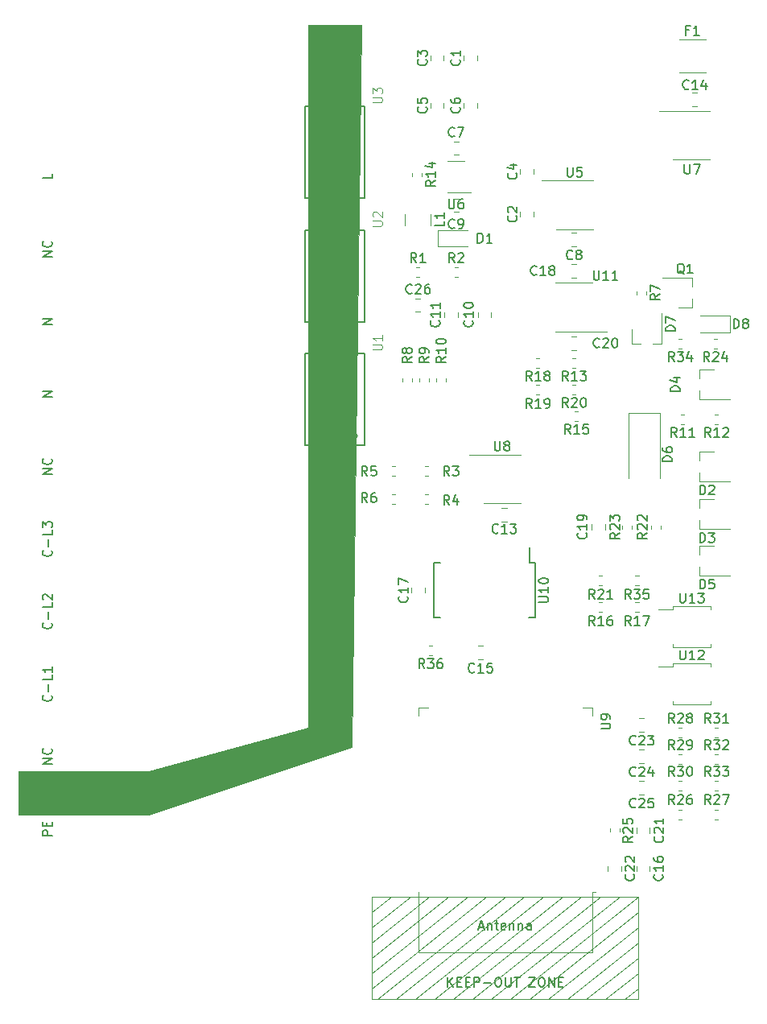
<source format=gbr>
G04 #@! TF.GenerationSoftware,KiCad,Pcbnew,(5.1.5)-3*
G04 #@! TF.CreationDate,2020-06-10T11:45:35+02:00*
G04 #@! TF.ProjectId,atmevse,61746d65-7673-4652-9e6b-696361645f70,rev?*
G04 #@! TF.SameCoordinates,Original*
G04 #@! TF.FileFunction,Legend,Top*
G04 #@! TF.FilePolarity,Positive*
%FSLAX46Y46*%
G04 Gerber Fmt 4.6, Leading zero omitted, Abs format (unit mm)*
G04 Created by KiCad (PCBNEW (5.1.5)-3) date 2020-06-10 11:45:35*
%MOMM*%
%LPD*%
G04 APERTURE LIST*
%ADD10C,0.100000*%
%ADD11C,0.120000*%
%ADD12C,0.150000*%
%ADD13C,0.152400*%
%ADD14C,0.600000*%
%ADD15C,0.096520*%
G04 APERTURE END LIST*
D10*
G36*
X141224000Y-119634000D02*
G01*
X119888000Y-126746000D01*
X106172000Y-126746000D01*
X106172000Y-122174000D01*
X119888000Y-122174000D01*
X136652000Y-117602000D01*
X136652000Y-43688000D01*
X142240000Y-43688000D01*
X141224000Y-119634000D01*
G37*
X141224000Y-119634000D02*
X119888000Y-126746000D01*
X106172000Y-126746000D01*
X106172000Y-122174000D01*
X119888000Y-122174000D01*
X136652000Y-117602000D01*
X136652000Y-43688000D01*
X142240000Y-43688000D01*
X141224000Y-119634000D01*
X171354000Y-135404000D02*
X171354000Y-146184000D01*
X143354000Y-135404000D02*
X171354000Y-135404000D01*
X143354000Y-135404000D02*
X143354000Y-146184000D01*
X143354000Y-146184000D02*
X171354000Y-146184000D01*
X169879000Y-146184000D02*
X171354000Y-145094000D01*
X167879000Y-146184000D02*
X171354000Y-143479000D01*
X165879000Y-146184000D02*
X171354000Y-141864000D01*
X163879000Y-146184000D02*
X171354000Y-140249000D01*
X161879000Y-146184000D02*
X171354000Y-138634000D01*
X159879000Y-146184000D02*
X171354000Y-137019000D01*
X157879000Y-146184000D02*
X171354000Y-135404000D01*
X155879000Y-146184000D02*
X169354000Y-135404000D01*
X153879000Y-146184000D02*
X167354000Y-135404000D01*
X165354000Y-135404000D02*
X151879000Y-146184000D01*
X149879000Y-146184000D02*
X163354000Y-135404000D01*
X147879000Y-146184000D02*
X161354000Y-135404000D01*
X145879000Y-146184000D02*
X159354000Y-135404000D01*
X143879000Y-146184000D02*
X157354000Y-135404000D01*
X143354000Y-145094000D02*
X155354000Y-135404000D01*
X143354000Y-143479000D02*
X153354000Y-135404000D01*
X143354000Y-141864000D02*
X151354000Y-135404000D01*
X143354000Y-140249000D02*
X149354000Y-135404000D01*
X143354000Y-138634000D02*
X147354000Y-135404000D01*
X143354000Y-137019000D02*
X145354000Y-135404000D01*
D11*
X166474000Y-116334000D02*
X166474000Y-115554000D01*
X166474000Y-115554000D02*
X165474000Y-115554000D01*
X148234000Y-116334000D02*
X148234000Y-115554000D01*
X148234000Y-115554000D02*
X149234000Y-115554000D01*
X166474000Y-141299000D02*
X148234000Y-141299000D01*
X148234000Y-141299000D02*
X148234000Y-134879000D01*
X166474000Y-141299000D02*
X166474000Y-134879000D01*
X166474000Y-134879000D02*
X166854000Y-134879000D01*
D12*
X160497000Y-100313000D02*
X159922000Y-100313000D01*
X160497000Y-106063000D02*
X159847000Y-106063000D01*
X149847000Y-106063000D02*
X150497000Y-106063000D01*
X149847000Y-100313000D02*
X150497000Y-100313000D01*
X160497000Y-100313000D02*
X160497000Y-106063000D01*
X149847000Y-100313000D02*
X149847000Y-106063000D01*
X159922000Y-100313000D02*
X159922000Y-98713000D01*
D11*
X149671267Y-108990000D02*
X149328733Y-108990000D01*
X149671267Y-110010000D02*
X149328733Y-110010000D01*
X164767267Y-78738000D02*
X164424733Y-78738000D01*
X164767267Y-79758000D02*
X164424733Y-79758000D01*
X154382000Y-46926748D02*
X154382000Y-47449252D01*
X152962000Y-46926748D02*
X152962000Y-47449252D01*
X160344000Y-63376748D02*
X160344000Y-63899252D01*
X158924000Y-63376748D02*
X158924000Y-63899252D01*
X149462000Y-46926748D02*
X149462000Y-47449252D01*
X150882000Y-46926748D02*
X150882000Y-47449252D01*
X160344000Y-59399252D02*
X160344000Y-58876748D01*
X158924000Y-59399252D02*
X158924000Y-58876748D01*
X149462000Y-52449252D02*
X149462000Y-51926748D01*
X150882000Y-52449252D02*
X150882000Y-51926748D01*
X154382000Y-52449252D02*
X154382000Y-51926748D01*
X152962000Y-52449252D02*
X152962000Y-51926748D01*
X151910748Y-55978000D02*
X152433252Y-55978000D01*
X151910748Y-57398000D02*
X152433252Y-57398000D01*
X164853252Y-65584000D02*
X164330748Y-65584000D01*
X164853252Y-67004000D02*
X164330748Y-67004000D01*
X151910748Y-63398000D02*
X152433252Y-63398000D01*
X151910748Y-61978000D02*
X152433252Y-61978000D01*
X154462000Y-74449252D02*
X154462000Y-73926748D01*
X155882000Y-74449252D02*
X155882000Y-73926748D01*
X152382000Y-74449252D02*
X152382000Y-73926748D01*
X150962000Y-74449252D02*
X150962000Y-73926748D01*
X156988748Y-94540000D02*
X157511252Y-94540000D01*
X156988748Y-95960000D02*
X157511252Y-95960000D01*
X177553252Y-50852000D02*
X177030748Y-50852000D01*
X177553252Y-52272000D02*
X177030748Y-52272000D01*
X155011252Y-110460000D02*
X154488748Y-110460000D01*
X155011252Y-109040000D02*
X154488748Y-109040000D01*
X171144000Y-132172748D02*
X171144000Y-132695252D01*
X172564000Y-132172748D02*
X172564000Y-132695252D01*
X148882000Y-103449252D02*
X148882000Y-102926748D01*
X147462000Y-103449252D02*
X147462000Y-102926748D01*
X164853252Y-68886000D02*
X164330748Y-68886000D01*
X164853252Y-70306000D02*
X164330748Y-70306000D01*
X166422000Y-96781252D02*
X166422000Y-96258748D01*
X167842000Y-96781252D02*
X167842000Y-96258748D01*
X164330748Y-76506000D02*
X164853252Y-76506000D01*
X164330748Y-77926000D02*
X164853252Y-77926000D01*
X171144000Y-128695252D02*
X171144000Y-128172748D01*
X172564000Y-128695252D02*
X172564000Y-128172748D01*
X169564000Y-132172748D02*
X169564000Y-132695252D01*
X168144000Y-132172748D02*
X168144000Y-132695252D01*
X171965252Y-116638000D02*
X171442748Y-116638000D01*
X171965252Y-118058000D02*
X171442748Y-118058000D01*
X171965252Y-121360000D02*
X171442748Y-121360000D01*
X171965252Y-119940000D02*
X171442748Y-119940000D01*
X171965252Y-124662000D02*
X171442748Y-124662000D01*
X171965252Y-123242000D02*
X171442748Y-123242000D01*
X147910748Y-73898000D02*
X148433252Y-73898000D01*
X147910748Y-72478000D02*
X148433252Y-72478000D01*
X150272000Y-65338000D02*
X153422000Y-65338000D01*
X150272000Y-67038000D02*
X153422000Y-67038000D01*
X150272000Y-65338000D02*
X150272000Y-67038000D01*
X177802000Y-88590000D02*
X177802000Y-89520000D01*
X177802000Y-91750000D02*
X177802000Y-90820000D01*
X177802000Y-91750000D02*
X180962000Y-91750000D01*
X177802000Y-88590000D02*
X179262000Y-88590000D01*
X177802000Y-93608000D02*
X179262000Y-93608000D01*
X177802000Y-96768000D02*
X180962000Y-96768000D01*
X177802000Y-96768000D02*
X177802000Y-95838000D01*
X177802000Y-93608000D02*
X177802000Y-94538000D01*
X177802000Y-79954000D02*
X177802000Y-80884000D01*
X177802000Y-83114000D02*
X177802000Y-82184000D01*
X177802000Y-83114000D02*
X180962000Y-83114000D01*
X177802000Y-79954000D02*
X179262000Y-79954000D01*
X177802000Y-98496000D02*
X179262000Y-98496000D01*
X177802000Y-101656000D02*
X180962000Y-101656000D01*
X177802000Y-101656000D02*
X177802000Y-100726000D01*
X177802000Y-98496000D02*
X177802000Y-99426000D01*
X173608000Y-84500000D02*
X170308000Y-84500000D01*
X170308000Y-84500000D02*
X170308000Y-91400000D01*
X173608000Y-84500000D02*
X173608000Y-91400000D01*
X170632000Y-77214000D02*
X171562000Y-77214000D01*
X173792000Y-77214000D02*
X172862000Y-77214000D01*
X173792000Y-77214000D02*
X173792000Y-74054000D01*
X170632000Y-77214000D02*
X170632000Y-75754000D01*
X180970000Y-76034000D02*
X180970000Y-74334000D01*
X180970000Y-74334000D02*
X177820000Y-74334000D01*
X180970000Y-76034000D02*
X177820000Y-76034000D01*
X175651748Y-45280000D02*
X178424252Y-45280000D01*
X175651748Y-48700000D02*
X178424252Y-48700000D01*
X149532000Y-63585936D02*
X149532000Y-64790064D01*
X146812000Y-63585936D02*
X146812000Y-64790064D01*
X177036000Y-73462000D02*
X175576000Y-73462000D01*
X177036000Y-70302000D02*
X173876000Y-70302000D01*
X177036000Y-70302000D02*
X177036000Y-71232000D01*
X177036000Y-73462000D02*
X177036000Y-72532000D01*
X148000733Y-69178000D02*
X148343267Y-69178000D01*
X148000733Y-70198000D02*
X148343267Y-70198000D01*
X152000733Y-70198000D02*
X152343267Y-70198000D01*
X152000733Y-69178000D02*
X152343267Y-69178000D01*
X148924733Y-91110000D02*
X149267267Y-91110000D01*
X148924733Y-90090000D02*
X149267267Y-90090000D01*
X148924733Y-94110000D02*
X149267267Y-94110000D01*
X148924733Y-93090000D02*
X149267267Y-93090000D01*
X145424733Y-90090000D02*
X145767267Y-90090000D01*
X145424733Y-91110000D02*
X145767267Y-91110000D01*
X145424733Y-94110000D02*
X145767267Y-94110000D01*
X145424733Y-93090000D02*
X145767267Y-93090000D01*
X171194000Y-71710733D02*
X171194000Y-72053267D01*
X172214000Y-71710733D02*
X172214000Y-72053267D01*
X147576000Y-81197267D02*
X147576000Y-80854733D01*
X146556000Y-81197267D02*
X146556000Y-80854733D01*
X148334000Y-81197267D02*
X148334000Y-80854733D01*
X149354000Y-81197267D02*
X149354000Y-80854733D01*
X151132000Y-81197267D02*
X151132000Y-80854733D01*
X150112000Y-81197267D02*
X150112000Y-80854733D01*
X176193267Y-84678000D02*
X175850733Y-84678000D01*
X176193267Y-85698000D02*
X175850733Y-85698000D01*
X179749267Y-85698000D02*
X179406733Y-85698000D01*
X179749267Y-84678000D02*
X179406733Y-84678000D01*
X148592000Y-59264733D02*
X148592000Y-59607267D01*
X147572000Y-59264733D02*
X147572000Y-59607267D01*
X165017267Y-84326000D02*
X164674733Y-84326000D01*
X165017267Y-85346000D02*
X164674733Y-85346000D01*
X167214733Y-104392000D02*
X167557267Y-104392000D01*
X167214733Y-105412000D02*
X167557267Y-105412000D01*
X171383267Y-105412000D02*
X171040733Y-105412000D01*
X171383267Y-104392000D02*
X171040733Y-104392000D01*
X160957267Y-79758000D02*
X160614733Y-79758000D01*
X160957267Y-78738000D02*
X160614733Y-78738000D01*
X160614733Y-82552000D02*
X160957267Y-82552000D01*
X160614733Y-81532000D02*
X160957267Y-81532000D01*
X164767267Y-82552000D02*
X164424733Y-82552000D01*
X164767267Y-81532000D02*
X164424733Y-81532000D01*
X167557267Y-102618000D02*
X167214733Y-102618000D01*
X167557267Y-101598000D02*
X167214733Y-101598000D01*
X173738000Y-96691267D02*
X173738000Y-96348733D01*
X172718000Y-96691267D02*
X172718000Y-96348733D01*
X169670000Y-96348733D02*
X169670000Y-96691267D01*
X170690000Y-96348733D02*
X170690000Y-96691267D01*
X179637267Y-77726000D02*
X179294733Y-77726000D01*
X179637267Y-76706000D02*
X179294733Y-76706000D01*
X169364000Y-128262733D02*
X169364000Y-128605267D01*
X168344000Y-128262733D02*
X168344000Y-128605267D01*
X175596733Y-126236000D02*
X175939267Y-126236000D01*
X175596733Y-127256000D02*
X175939267Y-127256000D01*
X179406733Y-127256000D02*
X179749267Y-127256000D01*
X179406733Y-126236000D02*
X179749267Y-126236000D01*
X175596733Y-118620000D02*
X175939267Y-118620000D01*
X175596733Y-117600000D02*
X175939267Y-117600000D01*
X175596733Y-121414000D02*
X175939267Y-121414000D01*
X175596733Y-120394000D02*
X175939267Y-120394000D01*
X175596733Y-124208000D02*
X175939267Y-124208000D01*
X175596733Y-123188000D02*
X175939267Y-123188000D01*
X179406733Y-117600000D02*
X179749267Y-117600000D01*
X179406733Y-118620000D02*
X179749267Y-118620000D01*
X179406733Y-120394000D02*
X179749267Y-120394000D01*
X179406733Y-121414000D02*
X179749267Y-121414000D01*
X179406733Y-123188000D02*
X179749267Y-123188000D01*
X179406733Y-124208000D02*
X179749267Y-124208000D01*
X175939267Y-76706000D02*
X175596733Y-76706000D01*
X175939267Y-77726000D02*
X175596733Y-77726000D01*
X171383267Y-102618000D02*
X171040733Y-102618000D01*
X171383267Y-101598000D02*
X171040733Y-101598000D01*
D13*
X142590000Y-87946000D02*
X142590000Y-78286000D01*
X142590000Y-78286000D02*
X136302000Y-78286000D01*
X136302000Y-78286000D02*
X136302000Y-87946000D01*
X136302000Y-87946000D02*
X142590000Y-87946000D01*
D14*
X141546000Y-86956000D02*
G75*
G03X141546000Y-86956000I-300000J0D01*
G01*
X141546000Y-73956000D02*
G75*
G03X141546000Y-73956000I-300000J0D01*
G01*
D13*
X136302000Y-74946000D02*
X142590000Y-74946000D01*
X136302000Y-65286000D02*
X136302000Y-74946000D01*
X142590000Y-65286000D02*
X136302000Y-65286000D01*
X142590000Y-74946000D02*
X142590000Y-65286000D01*
X142590000Y-61946000D02*
X142590000Y-52286000D01*
X142590000Y-52286000D02*
X136302000Y-52286000D01*
X136302000Y-52286000D02*
X136302000Y-61946000D01*
X136302000Y-61946000D02*
X142590000Y-61946000D01*
D14*
X141546000Y-60956000D02*
G75*
G03X141546000Y-60956000I-300000J0D01*
G01*
D11*
X164634000Y-65198000D02*
X166584000Y-65198000D01*
X164634000Y-65198000D02*
X162684000Y-65198000D01*
X164634000Y-60078000D02*
X166584000Y-60078000D01*
X164634000Y-60078000D02*
X161184000Y-60078000D01*
X153072000Y-58078000D02*
X151272000Y-58078000D01*
X151272000Y-61298000D02*
X153722000Y-61298000D01*
X176966000Y-52786000D02*
X173516000Y-52786000D01*
X176966000Y-52786000D02*
X178916000Y-52786000D01*
X176966000Y-57906000D02*
X175016000Y-57906000D01*
X176966000Y-57906000D02*
X178916000Y-57906000D01*
X157000000Y-88940000D02*
X153550000Y-88940000D01*
X157000000Y-88940000D02*
X158950000Y-88940000D01*
X157000000Y-94060000D02*
X155050000Y-94060000D01*
X157000000Y-94060000D02*
X158950000Y-94060000D01*
X164592000Y-70846000D02*
X162642000Y-70846000D01*
X164592000Y-70846000D02*
X166542000Y-70846000D01*
X164592000Y-75966000D02*
X162642000Y-75966000D01*
X164592000Y-75966000D02*
X168042000Y-75966000D01*
X176966000Y-115190000D02*
X178976000Y-115190000D01*
X178976000Y-115190000D02*
X178976000Y-114835000D01*
X176966000Y-115190000D02*
X174956000Y-115190000D01*
X174956000Y-115190000D02*
X174956000Y-114835000D01*
X176966000Y-110870000D02*
X178976000Y-110870000D01*
X178976000Y-110870000D02*
X178976000Y-111225000D01*
X176966000Y-110870000D02*
X174956000Y-110870000D01*
X174956000Y-110870000D02*
X174956000Y-111225000D01*
X174956000Y-111225000D02*
X173491000Y-111225000D01*
X174956000Y-105225000D02*
X173491000Y-105225000D01*
X174956000Y-104870000D02*
X174956000Y-105225000D01*
X176966000Y-104870000D02*
X174956000Y-104870000D01*
X178976000Y-104870000D02*
X178976000Y-105225000D01*
X176966000Y-104870000D02*
X178976000Y-104870000D01*
X174956000Y-109190000D02*
X174956000Y-108835000D01*
X176966000Y-109190000D02*
X174956000Y-109190000D01*
X178976000Y-109190000D02*
X178976000Y-108835000D01*
X176966000Y-109190000D02*
X178976000Y-109190000D01*
D12*
X167416380Y-117765904D02*
X168225904Y-117765904D01*
X168321142Y-117718285D01*
X168368761Y-117670666D01*
X168416380Y-117575428D01*
X168416380Y-117384952D01*
X168368761Y-117289714D01*
X168321142Y-117242095D01*
X168225904Y-117194476D01*
X167416380Y-117194476D01*
X168416380Y-116670666D02*
X168416380Y-116480190D01*
X168368761Y-116384952D01*
X168321142Y-116337333D01*
X168178285Y-116242095D01*
X167987809Y-116194476D01*
X167606857Y-116194476D01*
X167511619Y-116242095D01*
X167464000Y-116289714D01*
X167416380Y-116384952D01*
X167416380Y-116575428D01*
X167464000Y-116670666D01*
X167511619Y-116718285D01*
X167606857Y-116765904D01*
X167844952Y-116765904D01*
X167940190Y-116718285D01*
X167987809Y-116670666D01*
X168035428Y-116575428D01*
X168035428Y-116384952D01*
X167987809Y-116289714D01*
X167940190Y-116242095D01*
X167844952Y-116194476D01*
X151282571Y-144886380D02*
X151282571Y-143886380D01*
X151854000Y-144886380D02*
X151425428Y-144314952D01*
X151854000Y-143886380D02*
X151282571Y-144457809D01*
X152282571Y-144362571D02*
X152615904Y-144362571D01*
X152758761Y-144886380D02*
X152282571Y-144886380D01*
X152282571Y-143886380D01*
X152758761Y-143886380D01*
X153187333Y-144362571D02*
X153520666Y-144362571D01*
X153663523Y-144886380D02*
X153187333Y-144886380D01*
X153187333Y-143886380D01*
X153663523Y-143886380D01*
X154092095Y-144886380D02*
X154092095Y-143886380D01*
X154473047Y-143886380D01*
X154568285Y-143934000D01*
X154615904Y-143981619D01*
X154663523Y-144076857D01*
X154663523Y-144219714D01*
X154615904Y-144314952D01*
X154568285Y-144362571D01*
X154473047Y-144410190D01*
X154092095Y-144410190D01*
X155092095Y-144505428D02*
X155854000Y-144505428D01*
X156520666Y-143886380D02*
X156711142Y-143886380D01*
X156806380Y-143934000D01*
X156901619Y-144029238D01*
X156949238Y-144219714D01*
X156949238Y-144553047D01*
X156901619Y-144743523D01*
X156806380Y-144838761D01*
X156711142Y-144886380D01*
X156520666Y-144886380D01*
X156425428Y-144838761D01*
X156330190Y-144743523D01*
X156282571Y-144553047D01*
X156282571Y-144219714D01*
X156330190Y-144029238D01*
X156425428Y-143934000D01*
X156520666Y-143886380D01*
X157377809Y-143886380D02*
X157377809Y-144695904D01*
X157425428Y-144791142D01*
X157473047Y-144838761D01*
X157568285Y-144886380D01*
X157758761Y-144886380D01*
X157854000Y-144838761D01*
X157901619Y-144791142D01*
X157949238Y-144695904D01*
X157949238Y-143886380D01*
X158282571Y-143886380D02*
X158854000Y-143886380D01*
X158568285Y-144886380D02*
X158568285Y-143886380D01*
X159854000Y-143886380D02*
X160520666Y-143886380D01*
X159854000Y-144886380D01*
X160520666Y-144886380D01*
X161092095Y-143886380D02*
X161282571Y-143886380D01*
X161377809Y-143934000D01*
X161473047Y-144029238D01*
X161520666Y-144219714D01*
X161520666Y-144553047D01*
X161473047Y-144743523D01*
X161377809Y-144838761D01*
X161282571Y-144886380D01*
X161092095Y-144886380D01*
X160996857Y-144838761D01*
X160901619Y-144743523D01*
X160854000Y-144553047D01*
X160854000Y-144219714D01*
X160901619Y-144029238D01*
X160996857Y-143934000D01*
X161092095Y-143886380D01*
X161949238Y-144886380D02*
X161949238Y-143886380D01*
X162520666Y-144886380D01*
X162520666Y-143886380D01*
X162996857Y-144362571D02*
X163330190Y-144362571D01*
X163473047Y-144886380D02*
X162996857Y-144886380D01*
X162996857Y-143886380D01*
X163473047Y-143886380D01*
X154592095Y-138600666D02*
X155068285Y-138600666D01*
X154496857Y-138886380D02*
X154830190Y-137886380D01*
X155163523Y-138886380D01*
X155496857Y-138219714D02*
X155496857Y-138886380D01*
X155496857Y-138314952D02*
X155544476Y-138267333D01*
X155639714Y-138219714D01*
X155782571Y-138219714D01*
X155877809Y-138267333D01*
X155925428Y-138362571D01*
X155925428Y-138886380D01*
X156258761Y-138219714D02*
X156639714Y-138219714D01*
X156401619Y-137886380D02*
X156401619Y-138743523D01*
X156449238Y-138838761D01*
X156544476Y-138886380D01*
X156639714Y-138886380D01*
X157354000Y-138838761D02*
X157258761Y-138886380D01*
X157068285Y-138886380D01*
X156973047Y-138838761D01*
X156925428Y-138743523D01*
X156925428Y-138362571D01*
X156973047Y-138267333D01*
X157068285Y-138219714D01*
X157258761Y-138219714D01*
X157354000Y-138267333D01*
X157401619Y-138362571D01*
X157401619Y-138457809D01*
X156925428Y-138553047D01*
X157830190Y-138219714D02*
X157830190Y-138886380D01*
X157830190Y-138314952D02*
X157877809Y-138267333D01*
X157973047Y-138219714D01*
X158115904Y-138219714D01*
X158211142Y-138267333D01*
X158258761Y-138362571D01*
X158258761Y-138886380D01*
X158734952Y-138219714D02*
X158734952Y-138886380D01*
X158734952Y-138314952D02*
X158782571Y-138267333D01*
X158877809Y-138219714D01*
X159020666Y-138219714D01*
X159115904Y-138267333D01*
X159163523Y-138362571D01*
X159163523Y-138886380D01*
X160068285Y-138886380D02*
X160068285Y-138362571D01*
X160020666Y-138267333D01*
X159925428Y-138219714D01*
X159734952Y-138219714D01*
X159639714Y-138267333D01*
X160068285Y-138838761D02*
X159973047Y-138886380D01*
X159734952Y-138886380D01*
X159639714Y-138838761D01*
X159592095Y-138743523D01*
X159592095Y-138648285D01*
X159639714Y-138553047D01*
X159734952Y-138505428D01*
X159973047Y-138505428D01*
X160068285Y-138457809D01*
X109672380Y-128984285D02*
X108672380Y-128984285D01*
X108672380Y-128603333D01*
X108720000Y-128508095D01*
X108767619Y-128460476D01*
X108862857Y-128412857D01*
X109005714Y-128412857D01*
X109100952Y-128460476D01*
X109148571Y-128508095D01*
X109196190Y-128603333D01*
X109196190Y-128984285D01*
X109148571Y-127984285D02*
X109148571Y-127650952D01*
X109672380Y-127508095D02*
X109672380Y-127984285D01*
X108672380Y-127984285D01*
X108672380Y-127508095D01*
X109672380Y-121435714D02*
X108672380Y-121435714D01*
X109672380Y-120864285D01*
X108672380Y-120864285D01*
X109577142Y-119816666D02*
X109624761Y-119864285D01*
X109672380Y-120007142D01*
X109672380Y-120102380D01*
X109624761Y-120245238D01*
X109529523Y-120340476D01*
X109434285Y-120388095D01*
X109243809Y-120435714D01*
X109100952Y-120435714D01*
X108910476Y-120388095D01*
X108815238Y-120340476D01*
X108720000Y-120245238D01*
X108672380Y-120102380D01*
X108672380Y-120007142D01*
X108720000Y-119864285D01*
X108767619Y-119816666D01*
X109577142Y-114220476D02*
X109624761Y-114268095D01*
X109672380Y-114410952D01*
X109672380Y-114506190D01*
X109624761Y-114649047D01*
X109529523Y-114744285D01*
X109434285Y-114791904D01*
X109243809Y-114839523D01*
X109100952Y-114839523D01*
X108910476Y-114791904D01*
X108815238Y-114744285D01*
X108720000Y-114649047D01*
X108672380Y-114506190D01*
X108672380Y-114410952D01*
X108720000Y-114268095D01*
X108767619Y-114220476D01*
X109291428Y-113791904D02*
X109291428Y-113030000D01*
X109672380Y-112077619D02*
X109672380Y-112553809D01*
X108672380Y-112553809D01*
X109672380Y-111220476D02*
X109672380Y-111791904D01*
X109672380Y-111506190D02*
X108672380Y-111506190D01*
X108815238Y-111601428D01*
X108910476Y-111696666D01*
X108958095Y-111791904D01*
X109577142Y-106600476D02*
X109624761Y-106648095D01*
X109672380Y-106790952D01*
X109672380Y-106886190D01*
X109624761Y-107029047D01*
X109529523Y-107124285D01*
X109434285Y-107171904D01*
X109243809Y-107219523D01*
X109100952Y-107219523D01*
X108910476Y-107171904D01*
X108815238Y-107124285D01*
X108720000Y-107029047D01*
X108672380Y-106886190D01*
X108672380Y-106790952D01*
X108720000Y-106648095D01*
X108767619Y-106600476D01*
X109291428Y-106171904D02*
X109291428Y-105410000D01*
X109672380Y-104457619D02*
X109672380Y-104933809D01*
X108672380Y-104933809D01*
X108767619Y-104171904D02*
X108720000Y-104124285D01*
X108672380Y-104029047D01*
X108672380Y-103790952D01*
X108720000Y-103695714D01*
X108767619Y-103648095D01*
X108862857Y-103600476D01*
X108958095Y-103600476D01*
X109100952Y-103648095D01*
X109672380Y-104219523D01*
X109672380Y-103600476D01*
X109577142Y-98980476D02*
X109624761Y-99028095D01*
X109672380Y-99170952D01*
X109672380Y-99266190D01*
X109624761Y-99409047D01*
X109529523Y-99504285D01*
X109434285Y-99551904D01*
X109243809Y-99599523D01*
X109100952Y-99599523D01*
X108910476Y-99551904D01*
X108815238Y-99504285D01*
X108720000Y-99409047D01*
X108672380Y-99266190D01*
X108672380Y-99170952D01*
X108720000Y-99028095D01*
X108767619Y-98980476D01*
X109291428Y-98551904D02*
X109291428Y-97790000D01*
X109672380Y-96837619D02*
X109672380Y-97313809D01*
X108672380Y-97313809D01*
X108672380Y-96599523D02*
X108672380Y-95980476D01*
X109053333Y-96313809D01*
X109053333Y-96170952D01*
X109100952Y-96075714D01*
X109148571Y-96028095D01*
X109243809Y-95980476D01*
X109481904Y-95980476D01*
X109577142Y-96028095D01*
X109624761Y-96075714D01*
X109672380Y-96170952D01*
X109672380Y-96456666D01*
X109624761Y-96551904D01*
X109577142Y-96599523D01*
X109672380Y-90955714D02*
X108672380Y-90955714D01*
X109672380Y-90384285D01*
X108672380Y-90384285D01*
X109577142Y-89336666D02*
X109624761Y-89384285D01*
X109672380Y-89527142D01*
X109672380Y-89622380D01*
X109624761Y-89765238D01*
X109529523Y-89860476D01*
X109434285Y-89908095D01*
X109243809Y-89955714D01*
X109100952Y-89955714D01*
X108910476Y-89908095D01*
X108815238Y-89860476D01*
X108720000Y-89765238D01*
X108672380Y-89622380D01*
X108672380Y-89527142D01*
X108720000Y-89384285D01*
X108767619Y-89336666D01*
X109672380Y-82835714D02*
X108672380Y-82835714D01*
X109672380Y-82264285D01*
X108672380Y-82264285D01*
X109672380Y-75215714D02*
X108672380Y-75215714D01*
X109672380Y-74644285D01*
X108672380Y-74644285D01*
X109672380Y-68095714D02*
X108672380Y-68095714D01*
X109672380Y-67524285D01*
X108672380Y-67524285D01*
X109577142Y-66476666D02*
X109624761Y-66524285D01*
X109672380Y-66667142D01*
X109672380Y-66762380D01*
X109624761Y-66905238D01*
X109529523Y-67000476D01*
X109434285Y-67048095D01*
X109243809Y-67095714D01*
X109100952Y-67095714D01*
X108910476Y-67048095D01*
X108815238Y-67000476D01*
X108720000Y-66905238D01*
X108672380Y-66762380D01*
X108672380Y-66667142D01*
X108720000Y-66524285D01*
X108767619Y-66476666D01*
X109672380Y-59380476D02*
X109672380Y-59856666D01*
X108672380Y-59856666D01*
X160874380Y-104426095D02*
X161683904Y-104426095D01*
X161779142Y-104378476D01*
X161826761Y-104330857D01*
X161874380Y-104235619D01*
X161874380Y-104045142D01*
X161826761Y-103949904D01*
X161779142Y-103902285D01*
X161683904Y-103854666D01*
X160874380Y-103854666D01*
X161874380Y-102854666D02*
X161874380Y-103426095D01*
X161874380Y-103140380D02*
X160874380Y-103140380D01*
X161017238Y-103235619D01*
X161112476Y-103330857D01*
X161160095Y-103426095D01*
X160874380Y-102235619D02*
X160874380Y-102140380D01*
X160922000Y-102045142D01*
X160969619Y-101997523D01*
X161064857Y-101949904D01*
X161255333Y-101902285D01*
X161493428Y-101902285D01*
X161683904Y-101949904D01*
X161779142Y-101997523D01*
X161826761Y-102045142D01*
X161874380Y-102140380D01*
X161874380Y-102235619D01*
X161826761Y-102330857D01*
X161779142Y-102378476D01*
X161683904Y-102426095D01*
X161493428Y-102473714D01*
X161255333Y-102473714D01*
X161064857Y-102426095D01*
X160969619Y-102378476D01*
X160922000Y-102330857D01*
X160874380Y-102235619D01*
X148857142Y-111382380D02*
X148523809Y-110906190D01*
X148285714Y-111382380D02*
X148285714Y-110382380D01*
X148666666Y-110382380D01*
X148761904Y-110430000D01*
X148809523Y-110477619D01*
X148857142Y-110572857D01*
X148857142Y-110715714D01*
X148809523Y-110810952D01*
X148761904Y-110858571D01*
X148666666Y-110906190D01*
X148285714Y-110906190D01*
X149190476Y-110382380D02*
X149809523Y-110382380D01*
X149476190Y-110763333D01*
X149619047Y-110763333D01*
X149714285Y-110810952D01*
X149761904Y-110858571D01*
X149809523Y-110953809D01*
X149809523Y-111191904D01*
X149761904Y-111287142D01*
X149714285Y-111334761D01*
X149619047Y-111382380D01*
X149333333Y-111382380D01*
X149238095Y-111334761D01*
X149190476Y-111287142D01*
X150666666Y-110382380D02*
X150476190Y-110382380D01*
X150380952Y-110430000D01*
X150333333Y-110477619D01*
X150238095Y-110620476D01*
X150190476Y-110810952D01*
X150190476Y-111191904D01*
X150238095Y-111287142D01*
X150285714Y-111334761D01*
X150380952Y-111382380D01*
X150571428Y-111382380D01*
X150666666Y-111334761D01*
X150714285Y-111287142D01*
X150761904Y-111191904D01*
X150761904Y-110953809D01*
X150714285Y-110858571D01*
X150666666Y-110810952D01*
X150571428Y-110763333D01*
X150380952Y-110763333D01*
X150285714Y-110810952D01*
X150238095Y-110858571D01*
X150190476Y-110953809D01*
X163953142Y-81130380D02*
X163619809Y-80654190D01*
X163381714Y-81130380D02*
X163381714Y-80130380D01*
X163762666Y-80130380D01*
X163857904Y-80178000D01*
X163905523Y-80225619D01*
X163953142Y-80320857D01*
X163953142Y-80463714D01*
X163905523Y-80558952D01*
X163857904Y-80606571D01*
X163762666Y-80654190D01*
X163381714Y-80654190D01*
X164905523Y-81130380D02*
X164334095Y-81130380D01*
X164619809Y-81130380D02*
X164619809Y-80130380D01*
X164524571Y-80273238D01*
X164429333Y-80368476D01*
X164334095Y-80416095D01*
X165238857Y-80130380D02*
X165857904Y-80130380D01*
X165524571Y-80511333D01*
X165667428Y-80511333D01*
X165762666Y-80558952D01*
X165810285Y-80606571D01*
X165857904Y-80701809D01*
X165857904Y-80939904D01*
X165810285Y-81035142D01*
X165762666Y-81082761D01*
X165667428Y-81130380D01*
X165381714Y-81130380D01*
X165286476Y-81082761D01*
X165238857Y-81035142D01*
X152529142Y-47354666D02*
X152576761Y-47402285D01*
X152624380Y-47545142D01*
X152624380Y-47640380D01*
X152576761Y-47783238D01*
X152481523Y-47878476D01*
X152386285Y-47926095D01*
X152195809Y-47973714D01*
X152052952Y-47973714D01*
X151862476Y-47926095D01*
X151767238Y-47878476D01*
X151672000Y-47783238D01*
X151624380Y-47640380D01*
X151624380Y-47545142D01*
X151672000Y-47402285D01*
X151719619Y-47354666D01*
X152624380Y-46402285D02*
X152624380Y-46973714D01*
X152624380Y-46688000D02*
X151624380Y-46688000D01*
X151767238Y-46783238D01*
X151862476Y-46878476D01*
X151910095Y-46973714D01*
X158491142Y-63804666D02*
X158538761Y-63852285D01*
X158586380Y-63995142D01*
X158586380Y-64090380D01*
X158538761Y-64233238D01*
X158443523Y-64328476D01*
X158348285Y-64376095D01*
X158157809Y-64423714D01*
X158014952Y-64423714D01*
X157824476Y-64376095D01*
X157729238Y-64328476D01*
X157634000Y-64233238D01*
X157586380Y-64090380D01*
X157586380Y-63995142D01*
X157634000Y-63852285D01*
X157681619Y-63804666D01*
X157681619Y-63423714D02*
X157634000Y-63376095D01*
X157586380Y-63280857D01*
X157586380Y-63042761D01*
X157634000Y-62947523D01*
X157681619Y-62899904D01*
X157776857Y-62852285D01*
X157872095Y-62852285D01*
X158014952Y-62899904D01*
X158586380Y-63471333D01*
X158586380Y-62852285D01*
X149029142Y-47354666D02*
X149076761Y-47402285D01*
X149124380Y-47545142D01*
X149124380Y-47640380D01*
X149076761Y-47783238D01*
X148981523Y-47878476D01*
X148886285Y-47926095D01*
X148695809Y-47973714D01*
X148552952Y-47973714D01*
X148362476Y-47926095D01*
X148267238Y-47878476D01*
X148172000Y-47783238D01*
X148124380Y-47640380D01*
X148124380Y-47545142D01*
X148172000Y-47402285D01*
X148219619Y-47354666D01*
X148124380Y-47021333D02*
X148124380Y-46402285D01*
X148505333Y-46735619D01*
X148505333Y-46592761D01*
X148552952Y-46497523D01*
X148600571Y-46449904D01*
X148695809Y-46402285D01*
X148933904Y-46402285D01*
X149029142Y-46449904D01*
X149076761Y-46497523D01*
X149124380Y-46592761D01*
X149124380Y-46878476D01*
X149076761Y-46973714D01*
X149029142Y-47021333D01*
X158491142Y-59304666D02*
X158538761Y-59352285D01*
X158586380Y-59495142D01*
X158586380Y-59590380D01*
X158538761Y-59733238D01*
X158443523Y-59828476D01*
X158348285Y-59876095D01*
X158157809Y-59923714D01*
X158014952Y-59923714D01*
X157824476Y-59876095D01*
X157729238Y-59828476D01*
X157634000Y-59733238D01*
X157586380Y-59590380D01*
X157586380Y-59495142D01*
X157634000Y-59352285D01*
X157681619Y-59304666D01*
X157919714Y-58447523D02*
X158586380Y-58447523D01*
X157538761Y-58685619D02*
X158253047Y-58923714D01*
X158253047Y-58304666D01*
X149029142Y-52354666D02*
X149076761Y-52402285D01*
X149124380Y-52545142D01*
X149124380Y-52640380D01*
X149076761Y-52783238D01*
X148981523Y-52878476D01*
X148886285Y-52926095D01*
X148695809Y-52973714D01*
X148552952Y-52973714D01*
X148362476Y-52926095D01*
X148267238Y-52878476D01*
X148172000Y-52783238D01*
X148124380Y-52640380D01*
X148124380Y-52545142D01*
X148172000Y-52402285D01*
X148219619Y-52354666D01*
X148124380Y-51449904D02*
X148124380Y-51926095D01*
X148600571Y-51973714D01*
X148552952Y-51926095D01*
X148505333Y-51830857D01*
X148505333Y-51592761D01*
X148552952Y-51497523D01*
X148600571Y-51449904D01*
X148695809Y-51402285D01*
X148933904Y-51402285D01*
X149029142Y-51449904D01*
X149076761Y-51497523D01*
X149124380Y-51592761D01*
X149124380Y-51830857D01*
X149076761Y-51926095D01*
X149029142Y-51973714D01*
X152529142Y-52354666D02*
X152576761Y-52402285D01*
X152624380Y-52545142D01*
X152624380Y-52640380D01*
X152576761Y-52783238D01*
X152481523Y-52878476D01*
X152386285Y-52926095D01*
X152195809Y-52973714D01*
X152052952Y-52973714D01*
X151862476Y-52926095D01*
X151767238Y-52878476D01*
X151672000Y-52783238D01*
X151624380Y-52640380D01*
X151624380Y-52545142D01*
X151672000Y-52402285D01*
X151719619Y-52354666D01*
X151624380Y-51497523D02*
X151624380Y-51688000D01*
X151672000Y-51783238D01*
X151719619Y-51830857D01*
X151862476Y-51926095D01*
X152052952Y-51973714D01*
X152433904Y-51973714D01*
X152529142Y-51926095D01*
X152576761Y-51878476D01*
X152624380Y-51783238D01*
X152624380Y-51592761D01*
X152576761Y-51497523D01*
X152529142Y-51449904D01*
X152433904Y-51402285D01*
X152195809Y-51402285D01*
X152100571Y-51449904D01*
X152052952Y-51497523D01*
X152005333Y-51592761D01*
X152005333Y-51783238D01*
X152052952Y-51878476D01*
X152100571Y-51926095D01*
X152195809Y-51973714D01*
X152005333Y-55395142D02*
X151957714Y-55442761D01*
X151814857Y-55490380D01*
X151719619Y-55490380D01*
X151576761Y-55442761D01*
X151481523Y-55347523D01*
X151433904Y-55252285D01*
X151386285Y-55061809D01*
X151386285Y-54918952D01*
X151433904Y-54728476D01*
X151481523Y-54633238D01*
X151576761Y-54538000D01*
X151719619Y-54490380D01*
X151814857Y-54490380D01*
X151957714Y-54538000D01*
X152005333Y-54585619D01*
X152338666Y-54490380D02*
X153005333Y-54490380D01*
X152576761Y-55490380D01*
X164425333Y-68301142D02*
X164377714Y-68348761D01*
X164234857Y-68396380D01*
X164139619Y-68396380D01*
X163996761Y-68348761D01*
X163901523Y-68253523D01*
X163853904Y-68158285D01*
X163806285Y-67967809D01*
X163806285Y-67824952D01*
X163853904Y-67634476D01*
X163901523Y-67539238D01*
X163996761Y-67444000D01*
X164139619Y-67396380D01*
X164234857Y-67396380D01*
X164377714Y-67444000D01*
X164425333Y-67491619D01*
X164996761Y-67824952D02*
X164901523Y-67777333D01*
X164853904Y-67729714D01*
X164806285Y-67634476D01*
X164806285Y-67586857D01*
X164853904Y-67491619D01*
X164901523Y-67444000D01*
X164996761Y-67396380D01*
X165187238Y-67396380D01*
X165282476Y-67444000D01*
X165330095Y-67491619D01*
X165377714Y-67586857D01*
X165377714Y-67634476D01*
X165330095Y-67729714D01*
X165282476Y-67777333D01*
X165187238Y-67824952D01*
X164996761Y-67824952D01*
X164901523Y-67872571D01*
X164853904Y-67920190D01*
X164806285Y-68015428D01*
X164806285Y-68205904D01*
X164853904Y-68301142D01*
X164901523Y-68348761D01*
X164996761Y-68396380D01*
X165187238Y-68396380D01*
X165282476Y-68348761D01*
X165330095Y-68301142D01*
X165377714Y-68205904D01*
X165377714Y-68015428D01*
X165330095Y-67920190D01*
X165282476Y-67872571D01*
X165187238Y-67824952D01*
X152005333Y-65045142D02*
X151957714Y-65092761D01*
X151814857Y-65140380D01*
X151719619Y-65140380D01*
X151576761Y-65092761D01*
X151481523Y-64997523D01*
X151433904Y-64902285D01*
X151386285Y-64711809D01*
X151386285Y-64568952D01*
X151433904Y-64378476D01*
X151481523Y-64283238D01*
X151576761Y-64188000D01*
X151719619Y-64140380D01*
X151814857Y-64140380D01*
X151957714Y-64188000D01*
X152005333Y-64235619D01*
X152481523Y-65140380D02*
X152672000Y-65140380D01*
X152767238Y-65092761D01*
X152814857Y-65045142D01*
X152910095Y-64902285D01*
X152957714Y-64711809D01*
X152957714Y-64330857D01*
X152910095Y-64235619D01*
X152862476Y-64188000D01*
X152767238Y-64140380D01*
X152576761Y-64140380D01*
X152481523Y-64188000D01*
X152433904Y-64235619D01*
X152386285Y-64330857D01*
X152386285Y-64568952D01*
X152433904Y-64664190D01*
X152481523Y-64711809D01*
X152576761Y-64759428D01*
X152767238Y-64759428D01*
X152862476Y-64711809D01*
X152910095Y-64664190D01*
X152957714Y-64568952D01*
X153879142Y-74830857D02*
X153926761Y-74878476D01*
X153974380Y-75021333D01*
X153974380Y-75116571D01*
X153926761Y-75259428D01*
X153831523Y-75354666D01*
X153736285Y-75402285D01*
X153545809Y-75449904D01*
X153402952Y-75449904D01*
X153212476Y-75402285D01*
X153117238Y-75354666D01*
X153022000Y-75259428D01*
X152974380Y-75116571D01*
X152974380Y-75021333D01*
X153022000Y-74878476D01*
X153069619Y-74830857D01*
X153974380Y-73878476D02*
X153974380Y-74449904D01*
X153974380Y-74164190D02*
X152974380Y-74164190D01*
X153117238Y-74259428D01*
X153212476Y-74354666D01*
X153260095Y-74449904D01*
X152974380Y-73259428D02*
X152974380Y-73164190D01*
X153022000Y-73068952D01*
X153069619Y-73021333D01*
X153164857Y-72973714D01*
X153355333Y-72926095D01*
X153593428Y-72926095D01*
X153783904Y-72973714D01*
X153879142Y-73021333D01*
X153926761Y-73068952D01*
X153974380Y-73164190D01*
X153974380Y-73259428D01*
X153926761Y-73354666D01*
X153879142Y-73402285D01*
X153783904Y-73449904D01*
X153593428Y-73497523D01*
X153355333Y-73497523D01*
X153164857Y-73449904D01*
X153069619Y-73402285D01*
X153022000Y-73354666D01*
X152974380Y-73259428D01*
X150379142Y-74830857D02*
X150426761Y-74878476D01*
X150474380Y-75021333D01*
X150474380Y-75116571D01*
X150426761Y-75259428D01*
X150331523Y-75354666D01*
X150236285Y-75402285D01*
X150045809Y-75449904D01*
X149902952Y-75449904D01*
X149712476Y-75402285D01*
X149617238Y-75354666D01*
X149522000Y-75259428D01*
X149474380Y-75116571D01*
X149474380Y-75021333D01*
X149522000Y-74878476D01*
X149569619Y-74830857D01*
X150474380Y-73878476D02*
X150474380Y-74449904D01*
X150474380Y-74164190D02*
X149474380Y-74164190D01*
X149617238Y-74259428D01*
X149712476Y-74354666D01*
X149760095Y-74449904D01*
X150474380Y-72926095D02*
X150474380Y-73497523D01*
X150474380Y-73211809D02*
X149474380Y-73211809D01*
X149617238Y-73307047D01*
X149712476Y-73402285D01*
X149760095Y-73497523D01*
X156607142Y-97107142D02*
X156559523Y-97154761D01*
X156416666Y-97202380D01*
X156321428Y-97202380D01*
X156178571Y-97154761D01*
X156083333Y-97059523D01*
X156035714Y-96964285D01*
X155988095Y-96773809D01*
X155988095Y-96630952D01*
X156035714Y-96440476D01*
X156083333Y-96345238D01*
X156178571Y-96250000D01*
X156321428Y-96202380D01*
X156416666Y-96202380D01*
X156559523Y-96250000D01*
X156607142Y-96297619D01*
X157559523Y-97202380D02*
X156988095Y-97202380D01*
X157273809Y-97202380D02*
X157273809Y-96202380D01*
X157178571Y-96345238D01*
X157083333Y-96440476D01*
X156988095Y-96488095D01*
X157892857Y-96202380D02*
X158511904Y-96202380D01*
X158178571Y-96583333D01*
X158321428Y-96583333D01*
X158416666Y-96630952D01*
X158464285Y-96678571D01*
X158511904Y-96773809D01*
X158511904Y-97011904D01*
X158464285Y-97107142D01*
X158416666Y-97154761D01*
X158321428Y-97202380D01*
X158035714Y-97202380D01*
X157940476Y-97154761D01*
X157892857Y-97107142D01*
X176649142Y-50419142D02*
X176601523Y-50466761D01*
X176458666Y-50514380D01*
X176363428Y-50514380D01*
X176220571Y-50466761D01*
X176125333Y-50371523D01*
X176077714Y-50276285D01*
X176030095Y-50085809D01*
X176030095Y-49942952D01*
X176077714Y-49752476D01*
X176125333Y-49657238D01*
X176220571Y-49562000D01*
X176363428Y-49514380D01*
X176458666Y-49514380D01*
X176601523Y-49562000D01*
X176649142Y-49609619D01*
X177601523Y-50514380D02*
X177030095Y-50514380D01*
X177315809Y-50514380D02*
X177315809Y-49514380D01*
X177220571Y-49657238D01*
X177125333Y-49752476D01*
X177030095Y-49800095D01*
X178458666Y-49847714D02*
X178458666Y-50514380D01*
X178220571Y-49466761D02*
X177982476Y-50181047D01*
X178601523Y-50181047D01*
X154107142Y-111757142D02*
X154059523Y-111804761D01*
X153916666Y-111852380D01*
X153821428Y-111852380D01*
X153678571Y-111804761D01*
X153583333Y-111709523D01*
X153535714Y-111614285D01*
X153488095Y-111423809D01*
X153488095Y-111280952D01*
X153535714Y-111090476D01*
X153583333Y-110995238D01*
X153678571Y-110900000D01*
X153821428Y-110852380D01*
X153916666Y-110852380D01*
X154059523Y-110900000D01*
X154107142Y-110947619D01*
X155059523Y-111852380D02*
X154488095Y-111852380D01*
X154773809Y-111852380D02*
X154773809Y-110852380D01*
X154678571Y-110995238D01*
X154583333Y-111090476D01*
X154488095Y-111138095D01*
X155964285Y-110852380D02*
X155488095Y-110852380D01*
X155440476Y-111328571D01*
X155488095Y-111280952D01*
X155583333Y-111233333D01*
X155821428Y-111233333D01*
X155916666Y-111280952D01*
X155964285Y-111328571D01*
X156011904Y-111423809D01*
X156011904Y-111661904D01*
X155964285Y-111757142D01*
X155916666Y-111804761D01*
X155821428Y-111852380D01*
X155583333Y-111852380D01*
X155488095Y-111804761D01*
X155440476Y-111757142D01*
X173861142Y-133076857D02*
X173908761Y-133124476D01*
X173956380Y-133267333D01*
X173956380Y-133362571D01*
X173908761Y-133505428D01*
X173813523Y-133600666D01*
X173718285Y-133648285D01*
X173527809Y-133695904D01*
X173384952Y-133695904D01*
X173194476Y-133648285D01*
X173099238Y-133600666D01*
X173004000Y-133505428D01*
X172956380Y-133362571D01*
X172956380Y-133267333D01*
X173004000Y-133124476D01*
X173051619Y-133076857D01*
X173956380Y-132124476D02*
X173956380Y-132695904D01*
X173956380Y-132410190D02*
X172956380Y-132410190D01*
X173099238Y-132505428D01*
X173194476Y-132600666D01*
X173242095Y-132695904D01*
X172956380Y-131267333D02*
X172956380Y-131457809D01*
X173004000Y-131553047D01*
X173051619Y-131600666D01*
X173194476Y-131695904D01*
X173384952Y-131743523D01*
X173765904Y-131743523D01*
X173861142Y-131695904D01*
X173908761Y-131648285D01*
X173956380Y-131553047D01*
X173956380Y-131362571D01*
X173908761Y-131267333D01*
X173861142Y-131219714D01*
X173765904Y-131172095D01*
X173527809Y-131172095D01*
X173432571Y-131219714D01*
X173384952Y-131267333D01*
X173337333Y-131362571D01*
X173337333Y-131553047D01*
X173384952Y-131648285D01*
X173432571Y-131695904D01*
X173527809Y-131743523D01*
X147029142Y-103830857D02*
X147076761Y-103878476D01*
X147124380Y-104021333D01*
X147124380Y-104116571D01*
X147076761Y-104259428D01*
X146981523Y-104354666D01*
X146886285Y-104402285D01*
X146695809Y-104449904D01*
X146552952Y-104449904D01*
X146362476Y-104402285D01*
X146267238Y-104354666D01*
X146172000Y-104259428D01*
X146124380Y-104116571D01*
X146124380Y-104021333D01*
X146172000Y-103878476D01*
X146219619Y-103830857D01*
X147124380Y-102878476D02*
X147124380Y-103449904D01*
X147124380Y-103164190D02*
X146124380Y-103164190D01*
X146267238Y-103259428D01*
X146362476Y-103354666D01*
X146410095Y-103449904D01*
X146124380Y-102545142D02*
X146124380Y-101878476D01*
X147124380Y-102307047D01*
X160647142Y-69953142D02*
X160599523Y-70000761D01*
X160456666Y-70048380D01*
X160361428Y-70048380D01*
X160218571Y-70000761D01*
X160123333Y-69905523D01*
X160075714Y-69810285D01*
X160028095Y-69619809D01*
X160028095Y-69476952D01*
X160075714Y-69286476D01*
X160123333Y-69191238D01*
X160218571Y-69096000D01*
X160361428Y-69048380D01*
X160456666Y-69048380D01*
X160599523Y-69096000D01*
X160647142Y-69143619D01*
X161599523Y-70048380D02*
X161028095Y-70048380D01*
X161313809Y-70048380D02*
X161313809Y-69048380D01*
X161218571Y-69191238D01*
X161123333Y-69286476D01*
X161028095Y-69334095D01*
X162170952Y-69476952D02*
X162075714Y-69429333D01*
X162028095Y-69381714D01*
X161980476Y-69286476D01*
X161980476Y-69238857D01*
X162028095Y-69143619D01*
X162075714Y-69096000D01*
X162170952Y-69048380D01*
X162361428Y-69048380D01*
X162456666Y-69096000D01*
X162504285Y-69143619D01*
X162551904Y-69238857D01*
X162551904Y-69286476D01*
X162504285Y-69381714D01*
X162456666Y-69429333D01*
X162361428Y-69476952D01*
X162170952Y-69476952D01*
X162075714Y-69524571D01*
X162028095Y-69572190D01*
X161980476Y-69667428D01*
X161980476Y-69857904D01*
X162028095Y-69953142D01*
X162075714Y-70000761D01*
X162170952Y-70048380D01*
X162361428Y-70048380D01*
X162456666Y-70000761D01*
X162504285Y-69953142D01*
X162551904Y-69857904D01*
X162551904Y-69667428D01*
X162504285Y-69572190D01*
X162456666Y-69524571D01*
X162361428Y-69476952D01*
X165839142Y-97162857D02*
X165886761Y-97210476D01*
X165934380Y-97353333D01*
X165934380Y-97448571D01*
X165886761Y-97591428D01*
X165791523Y-97686666D01*
X165696285Y-97734285D01*
X165505809Y-97781904D01*
X165362952Y-97781904D01*
X165172476Y-97734285D01*
X165077238Y-97686666D01*
X164982000Y-97591428D01*
X164934380Y-97448571D01*
X164934380Y-97353333D01*
X164982000Y-97210476D01*
X165029619Y-97162857D01*
X165934380Y-96210476D02*
X165934380Y-96781904D01*
X165934380Y-96496190D02*
X164934380Y-96496190D01*
X165077238Y-96591428D01*
X165172476Y-96686666D01*
X165220095Y-96781904D01*
X165934380Y-95734285D02*
X165934380Y-95543809D01*
X165886761Y-95448571D01*
X165839142Y-95400952D01*
X165696285Y-95305714D01*
X165505809Y-95258095D01*
X165124857Y-95258095D01*
X165029619Y-95305714D01*
X164982000Y-95353333D01*
X164934380Y-95448571D01*
X164934380Y-95639047D01*
X164982000Y-95734285D01*
X165029619Y-95781904D01*
X165124857Y-95829523D01*
X165362952Y-95829523D01*
X165458190Y-95781904D01*
X165505809Y-95734285D01*
X165553428Y-95639047D01*
X165553428Y-95448571D01*
X165505809Y-95353333D01*
X165458190Y-95305714D01*
X165362952Y-95258095D01*
X167251142Y-77573142D02*
X167203523Y-77620761D01*
X167060666Y-77668380D01*
X166965428Y-77668380D01*
X166822571Y-77620761D01*
X166727333Y-77525523D01*
X166679714Y-77430285D01*
X166632095Y-77239809D01*
X166632095Y-77096952D01*
X166679714Y-76906476D01*
X166727333Y-76811238D01*
X166822571Y-76716000D01*
X166965428Y-76668380D01*
X167060666Y-76668380D01*
X167203523Y-76716000D01*
X167251142Y-76763619D01*
X167632095Y-76763619D02*
X167679714Y-76716000D01*
X167774952Y-76668380D01*
X168013047Y-76668380D01*
X168108285Y-76716000D01*
X168155904Y-76763619D01*
X168203523Y-76858857D01*
X168203523Y-76954095D01*
X168155904Y-77096952D01*
X167584476Y-77668380D01*
X168203523Y-77668380D01*
X168822571Y-76668380D02*
X168917809Y-76668380D01*
X169013047Y-76716000D01*
X169060666Y-76763619D01*
X169108285Y-76858857D01*
X169155904Y-77049333D01*
X169155904Y-77287428D01*
X169108285Y-77477904D01*
X169060666Y-77573142D01*
X169013047Y-77620761D01*
X168917809Y-77668380D01*
X168822571Y-77668380D01*
X168727333Y-77620761D01*
X168679714Y-77573142D01*
X168632095Y-77477904D01*
X168584476Y-77287428D01*
X168584476Y-77049333D01*
X168632095Y-76858857D01*
X168679714Y-76763619D01*
X168727333Y-76716000D01*
X168822571Y-76668380D01*
X173911142Y-129076857D02*
X173958761Y-129124476D01*
X174006380Y-129267333D01*
X174006380Y-129362571D01*
X173958761Y-129505428D01*
X173863523Y-129600666D01*
X173768285Y-129648285D01*
X173577809Y-129695904D01*
X173434952Y-129695904D01*
X173244476Y-129648285D01*
X173149238Y-129600666D01*
X173054000Y-129505428D01*
X173006380Y-129362571D01*
X173006380Y-129267333D01*
X173054000Y-129124476D01*
X173101619Y-129076857D01*
X173101619Y-128695904D02*
X173054000Y-128648285D01*
X173006380Y-128553047D01*
X173006380Y-128314952D01*
X173054000Y-128219714D01*
X173101619Y-128172095D01*
X173196857Y-128124476D01*
X173292095Y-128124476D01*
X173434952Y-128172095D01*
X174006380Y-128743523D01*
X174006380Y-128124476D01*
X174006380Y-127172095D02*
X174006380Y-127743523D01*
X174006380Y-127457809D02*
X173006380Y-127457809D01*
X173149238Y-127553047D01*
X173244476Y-127648285D01*
X173292095Y-127743523D01*
X170861142Y-133076857D02*
X170908761Y-133124476D01*
X170956380Y-133267333D01*
X170956380Y-133362571D01*
X170908761Y-133505428D01*
X170813523Y-133600666D01*
X170718285Y-133648285D01*
X170527809Y-133695904D01*
X170384952Y-133695904D01*
X170194476Y-133648285D01*
X170099238Y-133600666D01*
X170004000Y-133505428D01*
X169956380Y-133362571D01*
X169956380Y-133267333D01*
X170004000Y-133124476D01*
X170051619Y-133076857D01*
X170051619Y-132695904D02*
X170004000Y-132648285D01*
X169956380Y-132553047D01*
X169956380Y-132314952D01*
X170004000Y-132219714D01*
X170051619Y-132172095D01*
X170146857Y-132124476D01*
X170242095Y-132124476D01*
X170384952Y-132172095D01*
X170956380Y-132743523D01*
X170956380Y-132124476D01*
X170051619Y-131743523D02*
X170004000Y-131695904D01*
X169956380Y-131600666D01*
X169956380Y-131362571D01*
X170004000Y-131267333D01*
X170051619Y-131219714D01*
X170146857Y-131172095D01*
X170242095Y-131172095D01*
X170384952Y-131219714D01*
X170956380Y-131791142D01*
X170956380Y-131172095D01*
X171061142Y-119355142D02*
X171013523Y-119402761D01*
X170870666Y-119450380D01*
X170775428Y-119450380D01*
X170632571Y-119402761D01*
X170537333Y-119307523D01*
X170489714Y-119212285D01*
X170442095Y-119021809D01*
X170442095Y-118878952D01*
X170489714Y-118688476D01*
X170537333Y-118593238D01*
X170632571Y-118498000D01*
X170775428Y-118450380D01*
X170870666Y-118450380D01*
X171013523Y-118498000D01*
X171061142Y-118545619D01*
X171442095Y-118545619D02*
X171489714Y-118498000D01*
X171584952Y-118450380D01*
X171823047Y-118450380D01*
X171918285Y-118498000D01*
X171965904Y-118545619D01*
X172013523Y-118640857D01*
X172013523Y-118736095D01*
X171965904Y-118878952D01*
X171394476Y-119450380D01*
X172013523Y-119450380D01*
X172346857Y-118450380D02*
X172965904Y-118450380D01*
X172632571Y-118831333D01*
X172775428Y-118831333D01*
X172870666Y-118878952D01*
X172918285Y-118926571D01*
X172965904Y-119021809D01*
X172965904Y-119259904D01*
X172918285Y-119355142D01*
X172870666Y-119402761D01*
X172775428Y-119450380D01*
X172489714Y-119450380D01*
X172394476Y-119402761D01*
X172346857Y-119355142D01*
X171061142Y-122657142D02*
X171013523Y-122704761D01*
X170870666Y-122752380D01*
X170775428Y-122752380D01*
X170632571Y-122704761D01*
X170537333Y-122609523D01*
X170489714Y-122514285D01*
X170442095Y-122323809D01*
X170442095Y-122180952D01*
X170489714Y-121990476D01*
X170537333Y-121895238D01*
X170632571Y-121800000D01*
X170775428Y-121752380D01*
X170870666Y-121752380D01*
X171013523Y-121800000D01*
X171061142Y-121847619D01*
X171442095Y-121847619D02*
X171489714Y-121800000D01*
X171584952Y-121752380D01*
X171823047Y-121752380D01*
X171918285Y-121800000D01*
X171965904Y-121847619D01*
X172013523Y-121942857D01*
X172013523Y-122038095D01*
X171965904Y-122180952D01*
X171394476Y-122752380D01*
X172013523Y-122752380D01*
X172870666Y-122085714D02*
X172870666Y-122752380D01*
X172632571Y-121704761D02*
X172394476Y-122419047D01*
X173013523Y-122419047D01*
X171061142Y-125959142D02*
X171013523Y-126006761D01*
X170870666Y-126054380D01*
X170775428Y-126054380D01*
X170632571Y-126006761D01*
X170537333Y-125911523D01*
X170489714Y-125816285D01*
X170442095Y-125625809D01*
X170442095Y-125482952D01*
X170489714Y-125292476D01*
X170537333Y-125197238D01*
X170632571Y-125102000D01*
X170775428Y-125054380D01*
X170870666Y-125054380D01*
X171013523Y-125102000D01*
X171061142Y-125149619D01*
X171442095Y-125149619D02*
X171489714Y-125102000D01*
X171584952Y-125054380D01*
X171823047Y-125054380D01*
X171918285Y-125102000D01*
X171965904Y-125149619D01*
X172013523Y-125244857D01*
X172013523Y-125340095D01*
X171965904Y-125482952D01*
X171394476Y-126054380D01*
X172013523Y-126054380D01*
X172918285Y-125054380D02*
X172442095Y-125054380D01*
X172394476Y-125530571D01*
X172442095Y-125482952D01*
X172537333Y-125435333D01*
X172775428Y-125435333D01*
X172870666Y-125482952D01*
X172918285Y-125530571D01*
X172965904Y-125625809D01*
X172965904Y-125863904D01*
X172918285Y-125959142D01*
X172870666Y-126006761D01*
X172775428Y-126054380D01*
X172537333Y-126054380D01*
X172442095Y-126006761D01*
X172394476Y-125959142D01*
X147529142Y-71895142D02*
X147481523Y-71942761D01*
X147338666Y-71990380D01*
X147243428Y-71990380D01*
X147100571Y-71942761D01*
X147005333Y-71847523D01*
X146957714Y-71752285D01*
X146910095Y-71561809D01*
X146910095Y-71418952D01*
X146957714Y-71228476D01*
X147005333Y-71133238D01*
X147100571Y-71038000D01*
X147243428Y-70990380D01*
X147338666Y-70990380D01*
X147481523Y-71038000D01*
X147529142Y-71085619D01*
X147910095Y-71085619D02*
X147957714Y-71038000D01*
X148052952Y-70990380D01*
X148291047Y-70990380D01*
X148386285Y-71038000D01*
X148433904Y-71085619D01*
X148481523Y-71180857D01*
X148481523Y-71276095D01*
X148433904Y-71418952D01*
X147862476Y-71990380D01*
X148481523Y-71990380D01*
X149338666Y-70990380D02*
X149148190Y-70990380D01*
X149052952Y-71038000D01*
X149005333Y-71085619D01*
X148910095Y-71228476D01*
X148862476Y-71418952D01*
X148862476Y-71799904D01*
X148910095Y-71895142D01*
X148957714Y-71942761D01*
X149052952Y-71990380D01*
X149243428Y-71990380D01*
X149338666Y-71942761D01*
X149386285Y-71895142D01*
X149433904Y-71799904D01*
X149433904Y-71561809D01*
X149386285Y-71466571D01*
X149338666Y-71418952D01*
X149243428Y-71371333D01*
X149052952Y-71371333D01*
X148957714Y-71418952D01*
X148910095Y-71466571D01*
X148862476Y-71561809D01*
X154433904Y-66640380D02*
X154433904Y-65640380D01*
X154672000Y-65640380D01*
X154814857Y-65688000D01*
X154910095Y-65783238D01*
X154957714Y-65878476D01*
X155005333Y-66068952D01*
X155005333Y-66211809D01*
X154957714Y-66402285D01*
X154910095Y-66497523D01*
X154814857Y-66592761D01*
X154672000Y-66640380D01*
X154433904Y-66640380D01*
X155957714Y-66640380D02*
X155386285Y-66640380D01*
X155672000Y-66640380D02*
X155672000Y-65640380D01*
X155576761Y-65783238D01*
X155481523Y-65878476D01*
X155386285Y-65926095D01*
X177823904Y-93122380D02*
X177823904Y-92122380D01*
X178062000Y-92122380D01*
X178204857Y-92170000D01*
X178300095Y-92265238D01*
X178347714Y-92360476D01*
X178395333Y-92550952D01*
X178395333Y-92693809D01*
X178347714Y-92884285D01*
X178300095Y-92979523D01*
X178204857Y-93074761D01*
X178062000Y-93122380D01*
X177823904Y-93122380D01*
X178776285Y-92217619D02*
X178823904Y-92170000D01*
X178919142Y-92122380D01*
X179157238Y-92122380D01*
X179252476Y-92170000D01*
X179300095Y-92217619D01*
X179347714Y-92312857D01*
X179347714Y-92408095D01*
X179300095Y-92550952D01*
X178728666Y-93122380D01*
X179347714Y-93122380D01*
X177823904Y-98140380D02*
X177823904Y-97140380D01*
X178062000Y-97140380D01*
X178204857Y-97188000D01*
X178300095Y-97283238D01*
X178347714Y-97378476D01*
X178395333Y-97568952D01*
X178395333Y-97711809D01*
X178347714Y-97902285D01*
X178300095Y-97997523D01*
X178204857Y-98092761D01*
X178062000Y-98140380D01*
X177823904Y-98140380D01*
X178728666Y-97140380D02*
X179347714Y-97140380D01*
X179014380Y-97521333D01*
X179157238Y-97521333D01*
X179252476Y-97568952D01*
X179300095Y-97616571D01*
X179347714Y-97711809D01*
X179347714Y-97949904D01*
X179300095Y-98045142D01*
X179252476Y-98092761D01*
X179157238Y-98140380D01*
X178871523Y-98140380D01*
X178776285Y-98092761D01*
X178728666Y-98045142D01*
X175712380Y-82272095D02*
X174712380Y-82272095D01*
X174712380Y-82034000D01*
X174760000Y-81891142D01*
X174855238Y-81795904D01*
X174950476Y-81748285D01*
X175140952Y-81700666D01*
X175283809Y-81700666D01*
X175474285Y-81748285D01*
X175569523Y-81795904D01*
X175664761Y-81891142D01*
X175712380Y-82034000D01*
X175712380Y-82272095D01*
X175045714Y-80843523D02*
X175712380Y-80843523D01*
X174664761Y-81081619D02*
X175379047Y-81319714D01*
X175379047Y-80700666D01*
X177823904Y-103028380D02*
X177823904Y-102028380D01*
X178062000Y-102028380D01*
X178204857Y-102076000D01*
X178300095Y-102171238D01*
X178347714Y-102266476D01*
X178395333Y-102456952D01*
X178395333Y-102599809D01*
X178347714Y-102790285D01*
X178300095Y-102885523D01*
X178204857Y-102980761D01*
X178062000Y-103028380D01*
X177823904Y-103028380D01*
X179300095Y-102028380D02*
X178823904Y-102028380D01*
X178776285Y-102504571D01*
X178823904Y-102456952D01*
X178919142Y-102409333D01*
X179157238Y-102409333D01*
X179252476Y-102456952D01*
X179300095Y-102504571D01*
X179347714Y-102599809D01*
X179347714Y-102837904D01*
X179300095Y-102933142D01*
X179252476Y-102980761D01*
X179157238Y-103028380D01*
X178919142Y-103028380D01*
X178823904Y-102980761D01*
X178776285Y-102933142D01*
X174910380Y-89638095D02*
X173910380Y-89638095D01*
X173910380Y-89400000D01*
X173958000Y-89257142D01*
X174053238Y-89161904D01*
X174148476Y-89114285D01*
X174338952Y-89066666D01*
X174481809Y-89066666D01*
X174672285Y-89114285D01*
X174767523Y-89161904D01*
X174862761Y-89257142D01*
X174910380Y-89400000D01*
X174910380Y-89638095D01*
X173910380Y-88209523D02*
X173910380Y-88400000D01*
X173958000Y-88495238D01*
X174005619Y-88542857D01*
X174148476Y-88638095D01*
X174338952Y-88685714D01*
X174719904Y-88685714D01*
X174815142Y-88638095D01*
X174862761Y-88590476D01*
X174910380Y-88495238D01*
X174910380Y-88304761D01*
X174862761Y-88209523D01*
X174815142Y-88161904D01*
X174719904Y-88114285D01*
X174481809Y-88114285D01*
X174386571Y-88161904D01*
X174338952Y-88209523D01*
X174291333Y-88304761D01*
X174291333Y-88495238D01*
X174338952Y-88590476D01*
X174386571Y-88638095D01*
X174481809Y-88685714D01*
X175204380Y-75922095D02*
X174204380Y-75922095D01*
X174204380Y-75684000D01*
X174252000Y-75541142D01*
X174347238Y-75445904D01*
X174442476Y-75398285D01*
X174632952Y-75350666D01*
X174775809Y-75350666D01*
X174966285Y-75398285D01*
X175061523Y-75445904D01*
X175156761Y-75541142D01*
X175204380Y-75684000D01*
X175204380Y-75922095D01*
X174204380Y-75017333D02*
X174204380Y-74350666D01*
X175204380Y-74779238D01*
X181379904Y-75636380D02*
X181379904Y-74636380D01*
X181618000Y-74636380D01*
X181760857Y-74684000D01*
X181856095Y-74779238D01*
X181903714Y-74874476D01*
X181951333Y-75064952D01*
X181951333Y-75207809D01*
X181903714Y-75398285D01*
X181856095Y-75493523D01*
X181760857Y-75588761D01*
X181618000Y-75636380D01*
X181379904Y-75636380D01*
X182522761Y-75064952D02*
X182427523Y-75017333D01*
X182379904Y-74969714D01*
X182332285Y-74874476D01*
X182332285Y-74826857D01*
X182379904Y-74731619D01*
X182427523Y-74684000D01*
X182522761Y-74636380D01*
X182713238Y-74636380D01*
X182808476Y-74684000D01*
X182856095Y-74731619D01*
X182903714Y-74826857D01*
X182903714Y-74874476D01*
X182856095Y-74969714D01*
X182808476Y-75017333D01*
X182713238Y-75064952D01*
X182522761Y-75064952D01*
X182427523Y-75112571D01*
X182379904Y-75160190D01*
X182332285Y-75255428D01*
X182332285Y-75445904D01*
X182379904Y-75541142D01*
X182427523Y-75588761D01*
X182522761Y-75636380D01*
X182713238Y-75636380D01*
X182808476Y-75588761D01*
X182856095Y-75541142D01*
X182903714Y-75445904D01*
X182903714Y-75255428D01*
X182856095Y-75160190D01*
X182808476Y-75112571D01*
X182713238Y-75064952D01*
X176704666Y-44268571D02*
X176371333Y-44268571D01*
X176371333Y-44792380D02*
X176371333Y-43792380D01*
X176847523Y-43792380D01*
X177752285Y-44792380D02*
X177180857Y-44792380D01*
X177466571Y-44792380D02*
X177466571Y-43792380D01*
X177371333Y-43935238D01*
X177276095Y-44030476D01*
X177180857Y-44078095D01*
X150904380Y-64354666D02*
X150904380Y-64830857D01*
X149904380Y-64830857D01*
X150904380Y-63497523D02*
X150904380Y-64068952D01*
X150904380Y-63783238D02*
X149904380Y-63783238D01*
X150047238Y-63878476D01*
X150142476Y-63973714D01*
X150190095Y-64068952D01*
X176180761Y-69929619D02*
X176085523Y-69882000D01*
X175990285Y-69786761D01*
X175847428Y-69643904D01*
X175752190Y-69596285D01*
X175656952Y-69596285D01*
X175704571Y-69834380D02*
X175609333Y-69786761D01*
X175514095Y-69691523D01*
X175466476Y-69501047D01*
X175466476Y-69167714D01*
X175514095Y-68977238D01*
X175609333Y-68882000D01*
X175704571Y-68834380D01*
X175895047Y-68834380D01*
X175990285Y-68882000D01*
X176085523Y-68977238D01*
X176133142Y-69167714D01*
X176133142Y-69501047D01*
X176085523Y-69691523D01*
X175990285Y-69786761D01*
X175895047Y-69834380D01*
X175704571Y-69834380D01*
X177085523Y-69834380D02*
X176514095Y-69834380D01*
X176799809Y-69834380D02*
X176799809Y-68834380D01*
X176704571Y-68977238D01*
X176609333Y-69072476D01*
X176514095Y-69120095D01*
X148005333Y-68710380D02*
X147672000Y-68234190D01*
X147433904Y-68710380D02*
X147433904Y-67710380D01*
X147814857Y-67710380D01*
X147910095Y-67758000D01*
X147957714Y-67805619D01*
X148005333Y-67900857D01*
X148005333Y-68043714D01*
X147957714Y-68138952D01*
X147910095Y-68186571D01*
X147814857Y-68234190D01*
X147433904Y-68234190D01*
X148957714Y-68710380D02*
X148386285Y-68710380D01*
X148672000Y-68710380D02*
X148672000Y-67710380D01*
X148576761Y-67853238D01*
X148481523Y-67948476D01*
X148386285Y-67996095D01*
X152005333Y-68710380D02*
X151672000Y-68234190D01*
X151433904Y-68710380D02*
X151433904Y-67710380D01*
X151814857Y-67710380D01*
X151910095Y-67758000D01*
X151957714Y-67805619D01*
X152005333Y-67900857D01*
X152005333Y-68043714D01*
X151957714Y-68138952D01*
X151910095Y-68186571D01*
X151814857Y-68234190D01*
X151433904Y-68234190D01*
X152386285Y-67805619D02*
X152433904Y-67758000D01*
X152529142Y-67710380D01*
X152767238Y-67710380D01*
X152862476Y-67758000D01*
X152910095Y-67805619D01*
X152957714Y-67900857D01*
X152957714Y-67996095D01*
X152910095Y-68138952D01*
X152338666Y-68710380D01*
X152957714Y-68710380D01*
X151471333Y-91130380D02*
X151138000Y-90654190D01*
X150899904Y-91130380D02*
X150899904Y-90130380D01*
X151280857Y-90130380D01*
X151376095Y-90178000D01*
X151423714Y-90225619D01*
X151471333Y-90320857D01*
X151471333Y-90463714D01*
X151423714Y-90558952D01*
X151376095Y-90606571D01*
X151280857Y-90654190D01*
X150899904Y-90654190D01*
X151804666Y-90130380D02*
X152423714Y-90130380D01*
X152090380Y-90511333D01*
X152233238Y-90511333D01*
X152328476Y-90558952D01*
X152376095Y-90606571D01*
X152423714Y-90701809D01*
X152423714Y-90939904D01*
X152376095Y-91035142D01*
X152328476Y-91082761D01*
X152233238Y-91130380D01*
X151947523Y-91130380D01*
X151852285Y-91082761D01*
X151804666Y-91035142D01*
X151471333Y-94178380D02*
X151138000Y-93702190D01*
X150899904Y-94178380D02*
X150899904Y-93178380D01*
X151280857Y-93178380D01*
X151376095Y-93226000D01*
X151423714Y-93273619D01*
X151471333Y-93368857D01*
X151471333Y-93511714D01*
X151423714Y-93606952D01*
X151376095Y-93654571D01*
X151280857Y-93702190D01*
X150899904Y-93702190D01*
X152328476Y-93511714D02*
X152328476Y-94178380D01*
X152090380Y-93130761D02*
X151852285Y-93845047D01*
X152471333Y-93845047D01*
X142835333Y-91130380D02*
X142502000Y-90654190D01*
X142263904Y-91130380D02*
X142263904Y-90130380D01*
X142644857Y-90130380D01*
X142740095Y-90178000D01*
X142787714Y-90225619D01*
X142835333Y-90320857D01*
X142835333Y-90463714D01*
X142787714Y-90558952D01*
X142740095Y-90606571D01*
X142644857Y-90654190D01*
X142263904Y-90654190D01*
X143740095Y-90130380D02*
X143263904Y-90130380D01*
X143216285Y-90606571D01*
X143263904Y-90558952D01*
X143359142Y-90511333D01*
X143597238Y-90511333D01*
X143692476Y-90558952D01*
X143740095Y-90606571D01*
X143787714Y-90701809D01*
X143787714Y-90939904D01*
X143740095Y-91035142D01*
X143692476Y-91082761D01*
X143597238Y-91130380D01*
X143359142Y-91130380D01*
X143263904Y-91082761D01*
X143216285Y-91035142D01*
X142835333Y-93924380D02*
X142502000Y-93448190D01*
X142263904Y-93924380D02*
X142263904Y-92924380D01*
X142644857Y-92924380D01*
X142740095Y-92972000D01*
X142787714Y-93019619D01*
X142835333Y-93114857D01*
X142835333Y-93257714D01*
X142787714Y-93352952D01*
X142740095Y-93400571D01*
X142644857Y-93448190D01*
X142263904Y-93448190D01*
X143692476Y-92924380D02*
X143502000Y-92924380D01*
X143406761Y-92972000D01*
X143359142Y-93019619D01*
X143263904Y-93162476D01*
X143216285Y-93352952D01*
X143216285Y-93733904D01*
X143263904Y-93829142D01*
X143311523Y-93876761D01*
X143406761Y-93924380D01*
X143597238Y-93924380D01*
X143692476Y-93876761D01*
X143740095Y-93829142D01*
X143787714Y-93733904D01*
X143787714Y-93495809D01*
X143740095Y-93400571D01*
X143692476Y-93352952D01*
X143597238Y-93305333D01*
X143406761Y-93305333D01*
X143311523Y-93352952D01*
X143263904Y-93400571D01*
X143216285Y-93495809D01*
X173586380Y-72048666D02*
X173110190Y-72382000D01*
X173586380Y-72620095D02*
X172586380Y-72620095D01*
X172586380Y-72239142D01*
X172634000Y-72143904D01*
X172681619Y-72096285D01*
X172776857Y-72048666D01*
X172919714Y-72048666D01*
X173014952Y-72096285D01*
X173062571Y-72143904D01*
X173110190Y-72239142D01*
X173110190Y-72620095D01*
X172586380Y-71715333D02*
X172586380Y-71048666D01*
X173586380Y-71477238D01*
X147518380Y-78652666D02*
X147042190Y-78986000D01*
X147518380Y-79224095D02*
X146518380Y-79224095D01*
X146518380Y-78843142D01*
X146566000Y-78747904D01*
X146613619Y-78700285D01*
X146708857Y-78652666D01*
X146851714Y-78652666D01*
X146946952Y-78700285D01*
X146994571Y-78747904D01*
X147042190Y-78843142D01*
X147042190Y-79224095D01*
X146946952Y-78081238D02*
X146899333Y-78176476D01*
X146851714Y-78224095D01*
X146756476Y-78271714D01*
X146708857Y-78271714D01*
X146613619Y-78224095D01*
X146566000Y-78176476D01*
X146518380Y-78081238D01*
X146518380Y-77890761D01*
X146566000Y-77795523D01*
X146613619Y-77747904D01*
X146708857Y-77700285D01*
X146756476Y-77700285D01*
X146851714Y-77747904D01*
X146899333Y-77795523D01*
X146946952Y-77890761D01*
X146946952Y-78081238D01*
X146994571Y-78176476D01*
X147042190Y-78224095D01*
X147137428Y-78271714D01*
X147327904Y-78271714D01*
X147423142Y-78224095D01*
X147470761Y-78176476D01*
X147518380Y-78081238D01*
X147518380Y-77890761D01*
X147470761Y-77795523D01*
X147423142Y-77747904D01*
X147327904Y-77700285D01*
X147137428Y-77700285D01*
X147042190Y-77747904D01*
X146994571Y-77795523D01*
X146946952Y-77890761D01*
X149296380Y-78652666D02*
X148820190Y-78986000D01*
X149296380Y-79224095D02*
X148296380Y-79224095D01*
X148296380Y-78843142D01*
X148344000Y-78747904D01*
X148391619Y-78700285D01*
X148486857Y-78652666D01*
X148629714Y-78652666D01*
X148724952Y-78700285D01*
X148772571Y-78747904D01*
X148820190Y-78843142D01*
X148820190Y-79224095D01*
X149296380Y-78176476D02*
X149296380Y-77986000D01*
X149248761Y-77890761D01*
X149201142Y-77843142D01*
X149058285Y-77747904D01*
X148867809Y-77700285D01*
X148486857Y-77700285D01*
X148391619Y-77747904D01*
X148344000Y-77795523D01*
X148296380Y-77890761D01*
X148296380Y-78081238D01*
X148344000Y-78176476D01*
X148391619Y-78224095D01*
X148486857Y-78271714D01*
X148724952Y-78271714D01*
X148820190Y-78224095D01*
X148867809Y-78176476D01*
X148915428Y-78081238D01*
X148915428Y-77890761D01*
X148867809Y-77795523D01*
X148820190Y-77747904D01*
X148724952Y-77700285D01*
X151074380Y-78620857D02*
X150598190Y-78954190D01*
X151074380Y-79192285D02*
X150074380Y-79192285D01*
X150074380Y-78811333D01*
X150122000Y-78716095D01*
X150169619Y-78668476D01*
X150264857Y-78620857D01*
X150407714Y-78620857D01*
X150502952Y-78668476D01*
X150550571Y-78716095D01*
X150598190Y-78811333D01*
X150598190Y-79192285D01*
X151074380Y-77668476D02*
X151074380Y-78239904D01*
X151074380Y-77954190D02*
X150074380Y-77954190D01*
X150217238Y-78049428D01*
X150312476Y-78144666D01*
X150360095Y-78239904D01*
X150074380Y-77049428D02*
X150074380Y-76954190D01*
X150122000Y-76858952D01*
X150169619Y-76811333D01*
X150264857Y-76763714D01*
X150455333Y-76716095D01*
X150693428Y-76716095D01*
X150883904Y-76763714D01*
X150979142Y-76811333D01*
X151026761Y-76858952D01*
X151074380Y-76954190D01*
X151074380Y-77049428D01*
X151026761Y-77144666D01*
X150979142Y-77192285D01*
X150883904Y-77239904D01*
X150693428Y-77287523D01*
X150455333Y-77287523D01*
X150264857Y-77239904D01*
X150169619Y-77192285D01*
X150122000Y-77144666D01*
X150074380Y-77049428D01*
X175379142Y-87070380D02*
X175045809Y-86594190D01*
X174807714Y-87070380D02*
X174807714Y-86070380D01*
X175188666Y-86070380D01*
X175283904Y-86118000D01*
X175331523Y-86165619D01*
X175379142Y-86260857D01*
X175379142Y-86403714D01*
X175331523Y-86498952D01*
X175283904Y-86546571D01*
X175188666Y-86594190D01*
X174807714Y-86594190D01*
X176331523Y-87070380D02*
X175760095Y-87070380D01*
X176045809Y-87070380D02*
X176045809Y-86070380D01*
X175950571Y-86213238D01*
X175855333Y-86308476D01*
X175760095Y-86356095D01*
X177283904Y-87070380D02*
X176712476Y-87070380D01*
X176998190Y-87070380D02*
X176998190Y-86070380D01*
X176902952Y-86213238D01*
X176807714Y-86308476D01*
X176712476Y-86356095D01*
X178935142Y-87070380D02*
X178601809Y-86594190D01*
X178363714Y-87070380D02*
X178363714Y-86070380D01*
X178744666Y-86070380D01*
X178839904Y-86118000D01*
X178887523Y-86165619D01*
X178935142Y-86260857D01*
X178935142Y-86403714D01*
X178887523Y-86498952D01*
X178839904Y-86546571D01*
X178744666Y-86594190D01*
X178363714Y-86594190D01*
X179887523Y-87070380D02*
X179316095Y-87070380D01*
X179601809Y-87070380D02*
X179601809Y-86070380D01*
X179506571Y-86213238D01*
X179411333Y-86308476D01*
X179316095Y-86356095D01*
X180268476Y-86165619D02*
X180316095Y-86118000D01*
X180411333Y-86070380D01*
X180649428Y-86070380D01*
X180744666Y-86118000D01*
X180792285Y-86165619D01*
X180839904Y-86260857D01*
X180839904Y-86356095D01*
X180792285Y-86498952D01*
X180220857Y-87070380D01*
X180839904Y-87070380D01*
X149964380Y-60078857D02*
X149488190Y-60412190D01*
X149964380Y-60650285D02*
X148964380Y-60650285D01*
X148964380Y-60269333D01*
X149012000Y-60174095D01*
X149059619Y-60126476D01*
X149154857Y-60078857D01*
X149297714Y-60078857D01*
X149392952Y-60126476D01*
X149440571Y-60174095D01*
X149488190Y-60269333D01*
X149488190Y-60650285D01*
X149964380Y-59126476D02*
X149964380Y-59697904D01*
X149964380Y-59412190D02*
X148964380Y-59412190D01*
X149107238Y-59507428D01*
X149202476Y-59602666D01*
X149250095Y-59697904D01*
X149297714Y-58269333D02*
X149964380Y-58269333D01*
X148916761Y-58507428D02*
X149631047Y-58745523D01*
X149631047Y-58126476D01*
X164203142Y-86718380D02*
X163869809Y-86242190D01*
X163631714Y-86718380D02*
X163631714Y-85718380D01*
X164012666Y-85718380D01*
X164107904Y-85766000D01*
X164155523Y-85813619D01*
X164203142Y-85908857D01*
X164203142Y-86051714D01*
X164155523Y-86146952D01*
X164107904Y-86194571D01*
X164012666Y-86242190D01*
X163631714Y-86242190D01*
X165155523Y-86718380D02*
X164584095Y-86718380D01*
X164869809Y-86718380D02*
X164869809Y-85718380D01*
X164774571Y-85861238D01*
X164679333Y-85956476D01*
X164584095Y-86004095D01*
X166060285Y-85718380D02*
X165584095Y-85718380D01*
X165536476Y-86194571D01*
X165584095Y-86146952D01*
X165679333Y-86099333D01*
X165917428Y-86099333D01*
X166012666Y-86146952D01*
X166060285Y-86194571D01*
X166107904Y-86289809D01*
X166107904Y-86527904D01*
X166060285Y-86623142D01*
X166012666Y-86670761D01*
X165917428Y-86718380D01*
X165679333Y-86718380D01*
X165584095Y-86670761D01*
X165536476Y-86623142D01*
X166743142Y-106878380D02*
X166409809Y-106402190D01*
X166171714Y-106878380D02*
X166171714Y-105878380D01*
X166552666Y-105878380D01*
X166647904Y-105926000D01*
X166695523Y-105973619D01*
X166743142Y-106068857D01*
X166743142Y-106211714D01*
X166695523Y-106306952D01*
X166647904Y-106354571D01*
X166552666Y-106402190D01*
X166171714Y-106402190D01*
X167695523Y-106878380D02*
X167124095Y-106878380D01*
X167409809Y-106878380D02*
X167409809Y-105878380D01*
X167314571Y-106021238D01*
X167219333Y-106116476D01*
X167124095Y-106164095D01*
X168552666Y-105878380D02*
X168362190Y-105878380D01*
X168266952Y-105926000D01*
X168219333Y-105973619D01*
X168124095Y-106116476D01*
X168076476Y-106306952D01*
X168076476Y-106687904D01*
X168124095Y-106783142D01*
X168171714Y-106830761D01*
X168266952Y-106878380D01*
X168457428Y-106878380D01*
X168552666Y-106830761D01*
X168600285Y-106783142D01*
X168647904Y-106687904D01*
X168647904Y-106449809D01*
X168600285Y-106354571D01*
X168552666Y-106306952D01*
X168457428Y-106259333D01*
X168266952Y-106259333D01*
X168171714Y-106306952D01*
X168124095Y-106354571D01*
X168076476Y-106449809D01*
X170553142Y-106878380D02*
X170219809Y-106402190D01*
X169981714Y-106878380D02*
X169981714Y-105878380D01*
X170362666Y-105878380D01*
X170457904Y-105926000D01*
X170505523Y-105973619D01*
X170553142Y-106068857D01*
X170553142Y-106211714D01*
X170505523Y-106306952D01*
X170457904Y-106354571D01*
X170362666Y-106402190D01*
X169981714Y-106402190D01*
X171505523Y-106878380D02*
X170934095Y-106878380D01*
X171219809Y-106878380D02*
X171219809Y-105878380D01*
X171124571Y-106021238D01*
X171029333Y-106116476D01*
X170934095Y-106164095D01*
X171838857Y-105878380D02*
X172505523Y-105878380D01*
X172076952Y-106878380D01*
X160143142Y-81130380D02*
X159809809Y-80654190D01*
X159571714Y-81130380D02*
X159571714Y-80130380D01*
X159952666Y-80130380D01*
X160047904Y-80178000D01*
X160095523Y-80225619D01*
X160143142Y-80320857D01*
X160143142Y-80463714D01*
X160095523Y-80558952D01*
X160047904Y-80606571D01*
X159952666Y-80654190D01*
X159571714Y-80654190D01*
X161095523Y-81130380D02*
X160524095Y-81130380D01*
X160809809Y-81130380D02*
X160809809Y-80130380D01*
X160714571Y-80273238D01*
X160619333Y-80368476D01*
X160524095Y-80416095D01*
X161666952Y-80558952D02*
X161571714Y-80511333D01*
X161524095Y-80463714D01*
X161476476Y-80368476D01*
X161476476Y-80320857D01*
X161524095Y-80225619D01*
X161571714Y-80178000D01*
X161666952Y-80130380D01*
X161857428Y-80130380D01*
X161952666Y-80178000D01*
X162000285Y-80225619D01*
X162047904Y-80320857D01*
X162047904Y-80368476D01*
X162000285Y-80463714D01*
X161952666Y-80511333D01*
X161857428Y-80558952D01*
X161666952Y-80558952D01*
X161571714Y-80606571D01*
X161524095Y-80654190D01*
X161476476Y-80749428D01*
X161476476Y-80939904D01*
X161524095Y-81035142D01*
X161571714Y-81082761D01*
X161666952Y-81130380D01*
X161857428Y-81130380D01*
X161952666Y-81082761D01*
X162000285Y-81035142D01*
X162047904Y-80939904D01*
X162047904Y-80749428D01*
X162000285Y-80654190D01*
X161952666Y-80606571D01*
X161857428Y-80558952D01*
X160143142Y-84018380D02*
X159809809Y-83542190D01*
X159571714Y-84018380D02*
X159571714Y-83018380D01*
X159952666Y-83018380D01*
X160047904Y-83066000D01*
X160095523Y-83113619D01*
X160143142Y-83208857D01*
X160143142Y-83351714D01*
X160095523Y-83446952D01*
X160047904Y-83494571D01*
X159952666Y-83542190D01*
X159571714Y-83542190D01*
X161095523Y-84018380D02*
X160524095Y-84018380D01*
X160809809Y-84018380D02*
X160809809Y-83018380D01*
X160714571Y-83161238D01*
X160619333Y-83256476D01*
X160524095Y-83304095D01*
X161571714Y-84018380D02*
X161762190Y-84018380D01*
X161857428Y-83970761D01*
X161905047Y-83923142D01*
X162000285Y-83780285D01*
X162047904Y-83589809D01*
X162047904Y-83208857D01*
X162000285Y-83113619D01*
X161952666Y-83066000D01*
X161857428Y-83018380D01*
X161666952Y-83018380D01*
X161571714Y-83066000D01*
X161524095Y-83113619D01*
X161476476Y-83208857D01*
X161476476Y-83446952D01*
X161524095Y-83542190D01*
X161571714Y-83589809D01*
X161666952Y-83637428D01*
X161857428Y-83637428D01*
X161952666Y-83589809D01*
X162000285Y-83542190D01*
X162047904Y-83446952D01*
X163953142Y-83924380D02*
X163619809Y-83448190D01*
X163381714Y-83924380D02*
X163381714Y-82924380D01*
X163762666Y-82924380D01*
X163857904Y-82972000D01*
X163905523Y-83019619D01*
X163953142Y-83114857D01*
X163953142Y-83257714D01*
X163905523Y-83352952D01*
X163857904Y-83400571D01*
X163762666Y-83448190D01*
X163381714Y-83448190D01*
X164334095Y-83019619D02*
X164381714Y-82972000D01*
X164476952Y-82924380D01*
X164715047Y-82924380D01*
X164810285Y-82972000D01*
X164857904Y-83019619D01*
X164905523Y-83114857D01*
X164905523Y-83210095D01*
X164857904Y-83352952D01*
X164286476Y-83924380D01*
X164905523Y-83924380D01*
X165524571Y-82924380D02*
X165619809Y-82924380D01*
X165715047Y-82972000D01*
X165762666Y-83019619D01*
X165810285Y-83114857D01*
X165857904Y-83305333D01*
X165857904Y-83543428D01*
X165810285Y-83733904D01*
X165762666Y-83829142D01*
X165715047Y-83876761D01*
X165619809Y-83924380D01*
X165524571Y-83924380D01*
X165429333Y-83876761D01*
X165381714Y-83829142D01*
X165334095Y-83733904D01*
X165286476Y-83543428D01*
X165286476Y-83305333D01*
X165334095Y-83114857D01*
X165381714Y-83019619D01*
X165429333Y-82972000D01*
X165524571Y-82924380D01*
X166743142Y-104084380D02*
X166409809Y-103608190D01*
X166171714Y-104084380D02*
X166171714Y-103084380D01*
X166552666Y-103084380D01*
X166647904Y-103132000D01*
X166695523Y-103179619D01*
X166743142Y-103274857D01*
X166743142Y-103417714D01*
X166695523Y-103512952D01*
X166647904Y-103560571D01*
X166552666Y-103608190D01*
X166171714Y-103608190D01*
X167124095Y-103179619D02*
X167171714Y-103132000D01*
X167266952Y-103084380D01*
X167505047Y-103084380D01*
X167600285Y-103132000D01*
X167647904Y-103179619D01*
X167695523Y-103274857D01*
X167695523Y-103370095D01*
X167647904Y-103512952D01*
X167076476Y-104084380D01*
X167695523Y-104084380D01*
X168647904Y-104084380D02*
X168076476Y-104084380D01*
X168362190Y-104084380D02*
X168362190Y-103084380D01*
X168266952Y-103227238D01*
X168171714Y-103322476D01*
X168076476Y-103370095D01*
X172250380Y-97162857D02*
X171774190Y-97496190D01*
X172250380Y-97734285D02*
X171250380Y-97734285D01*
X171250380Y-97353333D01*
X171298000Y-97258095D01*
X171345619Y-97210476D01*
X171440857Y-97162857D01*
X171583714Y-97162857D01*
X171678952Y-97210476D01*
X171726571Y-97258095D01*
X171774190Y-97353333D01*
X171774190Y-97734285D01*
X171345619Y-96781904D02*
X171298000Y-96734285D01*
X171250380Y-96639047D01*
X171250380Y-96400952D01*
X171298000Y-96305714D01*
X171345619Y-96258095D01*
X171440857Y-96210476D01*
X171536095Y-96210476D01*
X171678952Y-96258095D01*
X172250380Y-96829523D01*
X172250380Y-96210476D01*
X171345619Y-95829523D02*
X171298000Y-95781904D01*
X171250380Y-95686666D01*
X171250380Y-95448571D01*
X171298000Y-95353333D01*
X171345619Y-95305714D01*
X171440857Y-95258095D01*
X171536095Y-95258095D01*
X171678952Y-95305714D01*
X172250380Y-95877142D01*
X172250380Y-95258095D01*
X169362380Y-97162857D02*
X168886190Y-97496190D01*
X169362380Y-97734285D02*
X168362380Y-97734285D01*
X168362380Y-97353333D01*
X168410000Y-97258095D01*
X168457619Y-97210476D01*
X168552857Y-97162857D01*
X168695714Y-97162857D01*
X168790952Y-97210476D01*
X168838571Y-97258095D01*
X168886190Y-97353333D01*
X168886190Y-97734285D01*
X168457619Y-96781904D02*
X168410000Y-96734285D01*
X168362380Y-96639047D01*
X168362380Y-96400952D01*
X168410000Y-96305714D01*
X168457619Y-96258095D01*
X168552857Y-96210476D01*
X168648095Y-96210476D01*
X168790952Y-96258095D01*
X169362380Y-96829523D01*
X169362380Y-96210476D01*
X168362380Y-95877142D02*
X168362380Y-95258095D01*
X168743333Y-95591428D01*
X168743333Y-95448571D01*
X168790952Y-95353333D01*
X168838571Y-95305714D01*
X168933809Y-95258095D01*
X169171904Y-95258095D01*
X169267142Y-95305714D01*
X169314761Y-95353333D01*
X169362380Y-95448571D01*
X169362380Y-95734285D01*
X169314761Y-95829523D01*
X169267142Y-95877142D01*
X178823142Y-79098380D02*
X178489809Y-78622190D01*
X178251714Y-79098380D02*
X178251714Y-78098380D01*
X178632666Y-78098380D01*
X178727904Y-78146000D01*
X178775523Y-78193619D01*
X178823142Y-78288857D01*
X178823142Y-78431714D01*
X178775523Y-78526952D01*
X178727904Y-78574571D01*
X178632666Y-78622190D01*
X178251714Y-78622190D01*
X179204095Y-78193619D02*
X179251714Y-78146000D01*
X179346952Y-78098380D01*
X179585047Y-78098380D01*
X179680285Y-78146000D01*
X179727904Y-78193619D01*
X179775523Y-78288857D01*
X179775523Y-78384095D01*
X179727904Y-78526952D01*
X179156476Y-79098380D01*
X179775523Y-79098380D01*
X180632666Y-78431714D02*
X180632666Y-79098380D01*
X180394571Y-78050761D02*
X180156476Y-78765047D01*
X180775523Y-78765047D01*
X170736380Y-129076857D02*
X170260190Y-129410190D01*
X170736380Y-129648285D02*
X169736380Y-129648285D01*
X169736380Y-129267333D01*
X169784000Y-129172095D01*
X169831619Y-129124476D01*
X169926857Y-129076857D01*
X170069714Y-129076857D01*
X170164952Y-129124476D01*
X170212571Y-129172095D01*
X170260190Y-129267333D01*
X170260190Y-129648285D01*
X169831619Y-128695904D02*
X169784000Y-128648285D01*
X169736380Y-128553047D01*
X169736380Y-128314952D01*
X169784000Y-128219714D01*
X169831619Y-128172095D01*
X169926857Y-128124476D01*
X170022095Y-128124476D01*
X170164952Y-128172095D01*
X170736380Y-128743523D01*
X170736380Y-128124476D01*
X169736380Y-127219714D02*
X169736380Y-127695904D01*
X170212571Y-127743523D01*
X170164952Y-127695904D01*
X170117333Y-127600666D01*
X170117333Y-127362571D01*
X170164952Y-127267333D01*
X170212571Y-127219714D01*
X170307809Y-127172095D01*
X170545904Y-127172095D01*
X170641142Y-127219714D01*
X170688761Y-127267333D01*
X170736380Y-127362571D01*
X170736380Y-127600666D01*
X170688761Y-127695904D01*
X170641142Y-127743523D01*
X175125142Y-125674380D02*
X174791809Y-125198190D01*
X174553714Y-125674380D02*
X174553714Y-124674380D01*
X174934666Y-124674380D01*
X175029904Y-124722000D01*
X175077523Y-124769619D01*
X175125142Y-124864857D01*
X175125142Y-125007714D01*
X175077523Y-125102952D01*
X175029904Y-125150571D01*
X174934666Y-125198190D01*
X174553714Y-125198190D01*
X175506095Y-124769619D02*
X175553714Y-124722000D01*
X175648952Y-124674380D01*
X175887047Y-124674380D01*
X175982285Y-124722000D01*
X176029904Y-124769619D01*
X176077523Y-124864857D01*
X176077523Y-124960095D01*
X176029904Y-125102952D01*
X175458476Y-125674380D01*
X176077523Y-125674380D01*
X176934666Y-124674380D02*
X176744190Y-124674380D01*
X176648952Y-124722000D01*
X176601333Y-124769619D01*
X176506095Y-124912476D01*
X176458476Y-125102952D01*
X176458476Y-125483904D01*
X176506095Y-125579142D01*
X176553714Y-125626761D01*
X176648952Y-125674380D01*
X176839428Y-125674380D01*
X176934666Y-125626761D01*
X176982285Y-125579142D01*
X177029904Y-125483904D01*
X177029904Y-125245809D01*
X176982285Y-125150571D01*
X176934666Y-125102952D01*
X176839428Y-125055333D01*
X176648952Y-125055333D01*
X176553714Y-125102952D01*
X176506095Y-125150571D01*
X176458476Y-125245809D01*
X178935142Y-125674380D02*
X178601809Y-125198190D01*
X178363714Y-125674380D02*
X178363714Y-124674380D01*
X178744666Y-124674380D01*
X178839904Y-124722000D01*
X178887523Y-124769619D01*
X178935142Y-124864857D01*
X178935142Y-125007714D01*
X178887523Y-125102952D01*
X178839904Y-125150571D01*
X178744666Y-125198190D01*
X178363714Y-125198190D01*
X179316095Y-124769619D02*
X179363714Y-124722000D01*
X179458952Y-124674380D01*
X179697047Y-124674380D01*
X179792285Y-124722000D01*
X179839904Y-124769619D01*
X179887523Y-124864857D01*
X179887523Y-124960095D01*
X179839904Y-125102952D01*
X179268476Y-125674380D01*
X179887523Y-125674380D01*
X180220857Y-124674380D02*
X180887523Y-124674380D01*
X180458952Y-125674380D01*
X175125142Y-117132380D02*
X174791809Y-116656190D01*
X174553714Y-117132380D02*
X174553714Y-116132380D01*
X174934666Y-116132380D01*
X175029904Y-116180000D01*
X175077523Y-116227619D01*
X175125142Y-116322857D01*
X175125142Y-116465714D01*
X175077523Y-116560952D01*
X175029904Y-116608571D01*
X174934666Y-116656190D01*
X174553714Y-116656190D01*
X175506095Y-116227619D02*
X175553714Y-116180000D01*
X175648952Y-116132380D01*
X175887047Y-116132380D01*
X175982285Y-116180000D01*
X176029904Y-116227619D01*
X176077523Y-116322857D01*
X176077523Y-116418095D01*
X176029904Y-116560952D01*
X175458476Y-117132380D01*
X176077523Y-117132380D01*
X176648952Y-116560952D02*
X176553714Y-116513333D01*
X176506095Y-116465714D01*
X176458476Y-116370476D01*
X176458476Y-116322857D01*
X176506095Y-116227619D01*
X176553714Y-116180000D01*
X176648952Y-116132380D01*
X176839428Y-116132380D01*
X176934666Y-116180000D01*
X176982285Y-116227619D01*
X177029904Y-116322857D01*
X177029904Y-116370476D01*
X176982285Y-116465714D01*
X176934666Y-116513333D01*
X176839428Y-116560952D01*
X176648952Y-116560952D01*
X176553714Y-116608571D01*
X176506095Y-116656190D01*
X176458476Y-116751428D01*
X176458476Y-116941904D01*
X176506095Y-117037142D01*
X176553714Y-117084761D01*
X176648952Y-117132380D01*
X176839428Y-117132380D01*
X176934666Y-117084761D01*
X176982285Y-117037142D01*
X177029904Y-116941904D01*
X177029904Y-116751428D01*
X176982285Y-116656190D01*
X176934666Y-116608571D01*
X176839428Y-116560952D01*
X175125142Y-119926380D02*
X174791809Y-119450190D01*
X174553714Y-119926380D02*
X174553714Y-118926380D01*
X174934666Y-118926380D01*
X175029904Y-118974000D01*
X175077523Y-119021619D01*
X175125142Y-119116857D01*
X175125142Y-119259714D01*
X175077523Y-119354952D01*
X175029904Y-119402571D01*
X174934666Y-119450190D01*
X174553714Y-119450190D01*
X175506095Y-119021619D02*
X175553714Y-118974000D01*
X175648952Y-118926380D01*
X175887047Y-118926380D01*
X175982285Y-118974000D01*
X176029904Y-119021619D01*
X176077523Y-119116857D01*
X176077523Y-119212095D01*
X176029904Y-119354952D01*
X175458476Y-119926380D01*
X176077523Y-119926380D01*
X176553714Y-119926380D02*
X176744190Y-119926380D01*
X176839428Y-119878761D01*
X176887047Y-119831142D01*
X176982285Y-119688285D01*
X177029904Y-119497809D01*
X177029904Y-119116857D01*
X176982285Y-119021619D01*
X176934666Y-118974000D01*
X176839428Y-118926380D01*
X176648952Y-118926380D01*
X176553714Y-118974000D01*
X176506095Y-119021619D01*
X176458476Y-119116857D01*
X176458476Y-119354952D01*
X176506095Y-119450190D01*
X176553714Y-119497809D01*
X176648952Y-119545428D01*
X176839428Y-119545428D01*
X176934666Y-119497809D01*
X176982285Y-119450190D01*
X177029904Y-119354952D01*
X175125142Y-122720380D02*
X174791809Y-122244190D01*
X174553714Y-122720380D02*
X174553714Y-121720380D01*
X174934666Y-121720380D01*
X175029904Y-121768000D01*
X175077523Y-121815619D01*
X175125142Y-121910857D01*
X175125142Y-122053714D01*
X175077523Y-122148952D01*
X175029904Y-122196571D01*
X174934666Y-122244190D01*
X174553714Y-122244190D01*
X175458476Y-121720380D02*
X176077523Y-121720380D01*
X175744190Y-122101333D01*
X175887047Y-122101333D01*
X175982285Y-122148952D01*
X176029904Y-122196571D01*
X176077523Y-122291809D01*
X176077523Y-122529904D01*
X176029904Y-122625142D01*
X175982285Y-122672761D01*
X175887047Y-122720380D01*
X175601333Y-122720380D01*
X175506095Y-122672761D01*
X175458476Y-122625142D01*
X176696571Y-121720380D02*
X176791809Y-121720380D01*
X176887047Y-121768000D01*
X176934666Y-121815619D01*
X176982285Y-121910857D01*
X177029904Y-122101333D01*
X177029904Y-122339428D01*
X176982285Y-122529904D01*
X176934666Y-122625142D01*
X176887047Y-122672761D01*
X176791809Y-122720380D01*
X176696571Y-122720380D01*
X176601333Y-122672761D01*
X176553714Y-122625142D01*
X176506095Y-122529904D01*
X176458476Y-122339428D01*
X176458476Y-122101333D01*
X176506095Y-121910857D01*
X176553714Y-121815619D01*
X176601333Y-121768000D01*
X176696571Y-121720380D01*
X178935142Y-117132380D02*
X178601809Y-116656190D01*
X178363714Y-117132380D02*
X178363714Y-116132380D01*
X178744666Y-116132380D01*
X178839904Y-116180000D01*
X178887523Y-116227619D01*
X178935142Y-116322857D01*
X178935142Y-116465714D01*
X178887523Y-116560952D01*
X178839904Y-116608571D01*
X178744666Y-116656190D01*
X178363714Y-116656190D01*
X179268476Y-116132380D02*
X179887523Y-116132380D01*
X179554190Y-116513333D01*
X179697047Y-116513333D01*
X179792285Y-116560952D01*
X179839904Y-116608571D01*
X179887523Y-116703809D01*
X179887523Y-116941904D01*
X179839904Y-117037142D01*
X179792285Y-117084761D01*
X179697047Y-117132380D01*
X179411333Y-117132380D01*
X179316095Y-117084761D01*
X179268476Y-117037142D01*
X180839904Y-117132380D02*
X180268476Y-117132380D01*
X180554190Y-117132380D02*
X180554190Y-116132380D01*
X180458952Y-116275238D01*
X180363714Y-116370476D01*
X180268476Y-116418095D01*
X178935142Y-119926380D02*
X178601809Y-119450190D01*
X178363714Y-119926380D02*
X178363714Y-118926380D01*
X178744666Y-118926380D01*
X178839904Y-118974000D01*
X178887523Y-119021619D01*
X178935142Y-119116857D01*
X178935142Y-119259714D01*
X178887523Y-119354952D01*
X178839904Y-119402571D01*
X178744666Y-119450190D01*
X178363714Y-119450190D01*
X179268476Y-118926380D02*
X179887523Y-118926380D01*
X179554190Y-119307333D01*
X179697047Y-119307333D01*
X179792285Y-119354952D01*
X179839904Y-119402571D01*
X179887523Y-119497809D01*
X179887523Y-119735904D01*
X179839904Y-119831142D01*
X179792285Y-119878761D01*
X179697047Y-119926380D01*
X179411333Y-119926380D01*
X179316095Y-119878761D01*
X179268476Y-119831142D01*
X180268476Y-119021619D02*
X180316095Y-118974000D01*
X180411333Y-118926380D01*
X180649428Y-118926380D01*
X180744666Y-118974000D01*
X180792285Y-119021619D01*
X180839904Y-119116857D01*
X180839904Y-119212095D01*
X180792285Y-119354952D01*
X180220857Y-119926380D01*
X180839904Y-119926380D01*
X178935142Y-122720380D02*
X178601809Y-122244190D01*
X178363714Y-122720380D02*
X178363714Y-121720380D01*
X178744666Y-121720380D01*
X178839904Y-121768000D01*
X178887523Y-121815619D01*
X178935142Y-121910857D01*
X178935142Y-122053714D01*
X178887523Y-122148952D01*
X178839904Y-122196571D01*
X178744666Y-122244190D01*
X178363714Y-122244190D01*
X179268476Y-121720380D02*
X179887523Y-121720380D01*
X179554190Y-122101333D01*
X179697047Y-122101333D01*
X179792285Y-122148952D01*
X179839904Y-122196571D01*
X179887523Y-122291809D01*
X179887523Y-122529904D01*
X179839904Y-122625142D01*
X179792285Y-122672761D01*
X179697047Y-122720380D01*
X179411333Y-122720380D01*
X179316095Y-122672761D01*
X179268476Y-122625142D01*
X180220857Y-121720380D02*
X180839904Y-121720380D01*
X180506571Y-122101333D01*
X180649428Y-122101333D01*
X180744666Y-122148952D01*
X180792285Y-122196571D01*
X180839904Y-122291809D01*
X180839904Y-122529904D01*
X180792285Y-122625142D01*
X180744666Y-122672761D01*
X180649428Y-122720380D01*
X180363714Y-122720380D01*
X180268476Y-122672761D01*
X180220857Y-122625142D01*
X175125142Y-79098380D02*
X174791809Y-78622190D01*
X174553714Y-79098380D02*
X174553714Y-78098380D01*
X174934666Y-78098380D01*
X175029904Y-78146000D01*
X175077523Y-78193619D01*
X175125142Y-78288857D01*
X175125142Y-78431714D01*
X175077523Y-78526952D01*
X175029904Y-78574571D01*
X174934666Y-78622190D01*
X174553714Y-78622190D01*
X175458476Y-78098380D02*
X176077523Y-78098380D01*
X175744190Y-78479333D01*
X175887047Y-78479333D01*
X175982285Y-78526952D01*
X176029904Y-78574571D01*
X176077523Y-78669809D01*
X176077523Y-78907904D01*
X176029904Y-79003142D01*
X175982285Y-79050761D01*
X175887047Y-79098380D01*
X175601333Y-79098380D01*
X175506095Y-79050761D01*
X175458476Y-79003142D01*
X176934666Y-78431714D02*
X176934666Y-79098380D01*
X176696571Y-78050761D02*
X176458476Y-78765047D01*
X177077523Y-78765047D01*
X170553142Y-104084380D02*
X170219809Y-103608190D01*
X169981714Y-104084380D02*
X169981714Y-103084380D01*
X170362666Y-103084380D01*
X170457904Y-103132000D01*
X170505523Y-103179619D01*
X170553142Y-103274857D01*
X170553142Y-103417714D01*
X170505523Y-103512952D01*
X170457904Y-103560571D01*
X170362666Y-103608190D01*
X169981714Y-103608190D01*
X170886476Y-103084380D02*
X171505523Y-103084380D01*
X171172190Y-103465333D01*
X171315047Y-103465333D01*
X171410285Y-103512952D01*
X171457904Y-103560571D01*
X171505523Y-103655809D01*
X171505523Y-103893904D01*
X171457904Y-103989142D01*
X171410285Y-104036761D01*
X171315047Y-104084380D01*
X171029333Y-104084380D01*
X170934095Y-104036761D01*
X170886476Y-103989142D01*
X172410285Y-103084380D02*
X171934095Y-103084380D01*
X171886476Y-103560571D01*
X171934095Y-103512952D01*
X172029333Y-103465333D01*
X172267428Y-103465333D01*
X172362666Y-103512952D01*
X172410285Y-103560571D01*
X172457904Y-103655809D01*
X172457904Y-103893904D01*
X172410285Y-103989142D01*
X172362666Y-104036761D01*
X172267428Y-104084380D01*
X172029333Y-104084380D01*
X171934095Y-104036761D01*
X171886476Y-103989142D01*
D15*
X143424438Y-77870452D02*
X144205790Y-77870452D01*
X144297714Y-77824490D01*
X144343676Y-77778528D01*
X144389638Y-77686604D01*
X144389638Y-77502757D01*
X144343676Y-77410833D01*
X144297714Y-77364871D01*
X144205790Y-77318909D01*
X143424438Y-77318909D01*
X144389638Y-76353709D02*
X144389638Y-76905252D01*
X144389638Y-76629481D02*
X143424438Y-76629481D01*
X143562323Y-76721404D01*
X143654247Y-76813328D01*
X143700209Y-76905252D01*
X143424438Y-64870452D02*
X144205790Y-64870452D01*
X144297714Y-64824490D01*
X144343676Y-64778528D01*
X144389638Y-64686604D01*
X144389638Y-64502757D01*
X144343676Y-64410833D01*
X144297714Y-64364871D01*
X144205790Y-64318909D01*
X143424438Y-64318909D01*
X143516361Y-63905252D02*
X143470400Y-63859290D01*
X143424438Y-63767366D01*
X143424438Y-63537557D01*
X143470400Y-63445633D01*
X143516361Y-63399671D01*
X143608285Y-63353709D01*
X143700209Y-63353709D01*
X143838095Y-63399671D01*
X144389638Y-63951214D01*
X144389638Y-63353709D01*
X143424438Y-51870452D02*
X144205790Y-51870452D01*
X144297714Y-51824490D01*
X144343676Y-51778528D01*
X144389638Y-51686604D01*
X144389638Y-51502757D01*
X144343676Y-51410833D01*
X144297714Y-51364871D01*
X144205790Y-51318909D01*
X143424438Y-51318909D01*
X143424438Y-50951214D02*
X143424438Y-50353709D01*
X143792133Y-50675442D01*
X143792133Y-50537557D01*
X143838095Y-50445633D01*
X143884057Y-50399671D01*
X143975980Y-50353709D01*
X144205790Y-50353709D01*
X144297714Y-50399671D01*
X144343676Y-50445633D01*
X144389638Y-50537557D01*
X144389638Y-50813328D01*
X144343676Y-50905252D01*
X144297714Y-50951214D01*
D12*
X163872095Y-58690380D02*
X163872095Y-59499904D01*
X163919714Y-59595142D01*
X163967333Y-59642761D01*
X164062571Y-59690380D01*
X164253047Y-59690380D01*
X164348285Y-59642761D01*
X164395904Y-59595142D01*
X164443523Y-59499904D01*
X164443523Y-58690380D01*
X165395904Y-58690380D02*
X164919714Y-58690380D01*
X164872095Y-59166571D01*
X164919714Y-59118952D01*
X165014952Y-59071333D01*
X165253047Y-59071333D01*
X165348285Y-59118952D01*
X165395904Y-59166571D01*
X165443523Y-59261809D01*
X165443523Y-59499904D01*
X165395904Y-59595142D01*
X165348285Y-59642761D01*
X165253047Y-59690380D01*
X165014952Y-59690380D01*
X164919714Y-59642761D01*
X164872095Y-59595142D01*
X151410095Y-62040380D02*
X151410095Y-62849904D01*
X151457714Y-62945142D01*
X151505333Y-62992761D01*
X151600571Y-63040380D01*
X151791047Y-63040380D01*
X151886285Y-62992761D01*
X151933904Y-62945142D01*
X151981523Y-62849904D01*
X151981523Y-62040380D01*
X152886285Y-62040380D02*
X152695809Y-62040380D01*
X152600571Y-62088000D01*
X152552952Y-62135619D01*
X152457714Y-62278476D01*
X152410095Y-62468952D01*
X152410095Y-62849904D01*
X152457714Y-62945142D01*
X152505333Y-62992761D01*
X152600571Y-63040380D01*
X152791047Y-63040380D01*
X152886285Y-62992761D01*
X152933904Y-62945142D01*
X152981523Y-62849904D01*
X152981523Y-62611809D01*
X152933904Y-62516571D01*
X152886285Y-62468952D01*
X152791047Y-62421333D01*
X152600571Y-62421333D01*
X152505333Y-62468952D01*
X152457714Y-62516571D01*
X152410095Y-62611809D01*
X176204095Y-58380380D02*
X176204095Y-59189904D01*
X176251714Y-59285142D01*
X176299333Y-59332761D01*
X176394571Y-59380380D01*
X176585047Y-59380380D01*
X176680285Y-59332761D01*
X176727904Y-59285142D01*
X176775523Y-59189904D01*
X176775523Y-58380380D01*
X177156476Y-58380380D02*
X177823142Y-58380380D01*
X177394571Y-59380380D01*
X156238095Y-87498380D02*
X156238095Y-88307904D01*
X156285714Y-88403142D01*
X156333333Y-88450761D01*
X156428571Y-88498380D01*
X156619047Y-88498380D01*
X156714285Y-88450761D01*
X156761904Y-88403142D01*
X156809523Y-88307904D01*
X156809523Y-87498380D01*
X157428571Y-87926952D02*
X157333333Y-87879333D01*
X157285714Y-87831714D01*
X157238095Y-87736476D01*
X157238095Y-87688857D01*
X157285714Y-87593619D01*
X157333333Y-87546000D01*
X157428571Y-87498380D01*
X157619047Y-87498380D01*
X157714285Y-87546000D01*
X157761904Y-87593619D01*
X157809523Y-87688857D01*
X157809523Y-87736476D01*
X157761904Y-87831714D01*
X157714285Y-87879333D01*
X157619047Y-87926952D01*
X157428571Y-87926952D01*
X157333333Y-87974571D01*
X157285714Y-88022190D01*
X157238095Y-88117428D01*
X157238095Y-88307904D01*
X157285714Y-88403142D01*
X157333333Y-88450761D01*
X157428571Y-88498380D01*
X157619047Y-88498380D01*
X157714285Y-88450761D01*
X157761904Y-88403142D01*
X157809523Y-88307904D01*
X157809523Y-88117428D01*
X157761904Y-88022190D01*
X157714285Y-87974571D01*
X157619047Y-87926952D01*
X166655904Y-69556380D02*
X166655904Y-70365904D01*
X166703523Y-70461142D01*
X166751142Y-70508761D01*
X166846380Y-70556380D01*
X167036857Y-70556380D01*
X167132095Y-70508761D01*
X167179714Y-70461142D01*
X167227333Y-70365904D01*
X167227333Y-69556380D01*
X168227333Y-70556380D02*
X167655904Y-70556380D01*
X167941619Y-70556380D02*
X167941619Y-69556380D01*
X167846380Y-69699238D01*
X167751142Y-69794476D01*
X167655904Y-69842095D01*
X169179714Y-70556380D02*
X168608285Y-70556380D01*
X168894000Y-70556380D02*
X168894000Y-69556380D01*
X168798761Y-69699238D01*
X168703523Y-69794476D01*
X168608285Y-69842095D01*
X175727904Y-109482380D02*
X175727904Y-110291904D01*
X175775523Y-110387142D01*
X175823142Y-110434761D01*
X175918380Y-110482380D01*
X176108857Y-110482380D01*
X176204095Y-110434761D01*
X176251714Y-110387142D01*
X176299333Y-110291904D01*
X176299333Y-109482380D01*
X177299333Y-110482380D02*
X176727904Y-110482380D01*
X177013619Y-110482380D02*
X177013619Y-109482380D01*
X176918380Y-109625238D01*
X176823142Y-109720476D01*
X176727904Y-109768095D01*
X177680285Y-109577619D02*
X177727904Y-109530000D01*
X177823142Y-109482380D01*
X178061238Y-109482380D01*
X178156476Y-109530000D01*
X178204095Y-109577619D01*
X178251714Y-109672857D01*
X178251714Y-109768095D01*
X178204095Y-109910952D01*
X177632666Y-110482380D01*
X178251714Y-110482380D01*
X175727904Y-103482380D02*
X175727904Y-104291904D01*
X175775523Y-104387142D01*
X175823142Y-104434761D01*
X175918380Y-104482380D01*
X176108857Y-104482380D01*
X176204095Y-104434761D01*
X176251714Y-104387142D01*
X176299333Y-104291904D01*
X176299333Y-103482380D01*
X177299333Y-104482380D02*
X176727904Y-104482380D01*
X177013619Y-104482380D02*
X177013619Y-103482380D01*
X176918380Y-103625238D01*
X176823142Y-103720476D01*
X176727904Y-103768095D01*
X177632666Y-103482380D02*
X178251714Y-103482380D01*
X177918380Y-103863333D01*
X178061238Y-103863333D01*
X178156476Y-103910952D01*
X178204095Y-103958571D01*
X178251714Y-104053809D01*
X178251714Y-104291904D01*
X178204095Y-104387142D01*
X178156476Y-104434761D01*
X178061238Y-104482380D01*
X177775523Y-104482380D01*
X177680285Y-104434761D01*
X177632666Y-104387142D01*
M02*

</source>
